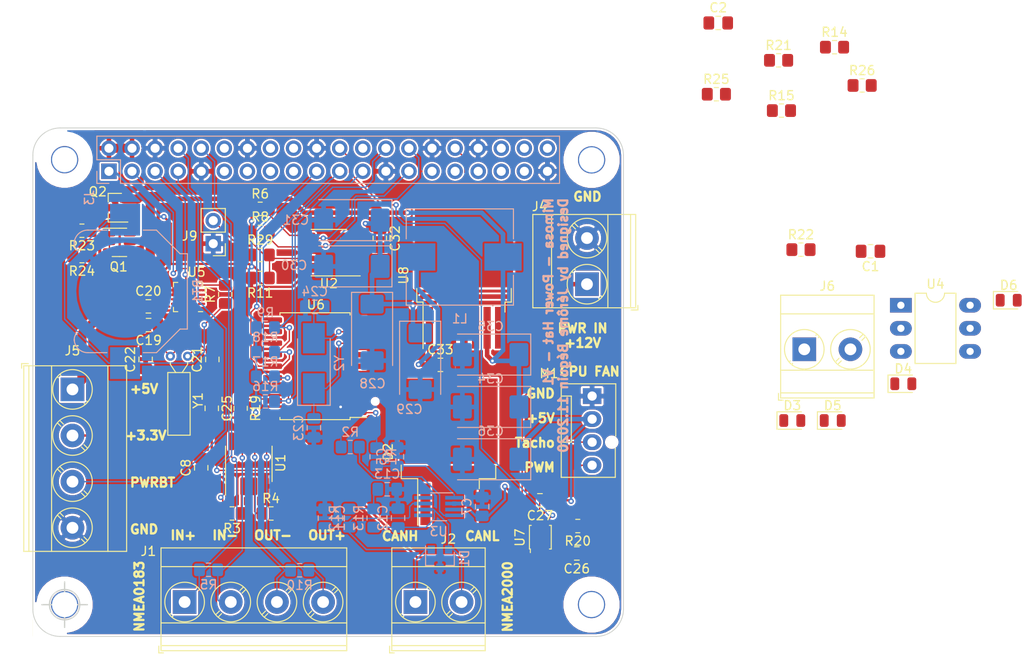
<source format=kicad_pcb>
(kicad_pcb (version 20171130) (host pcbnew 5.1.9-73d0e3b20d~88~ubuntu20.04.1)
  (layers (0 F.Cu signal) (31 B.Cu signal) (34 B.Paste user) (35 F.Paste user) (36 B.SilkS user) (37 F.SilkS user) (38 B.Mask user hide) (39 F.Mask user hide) (44 Edge.Cuts user))
  (net 0 "")
  (net 1 GND)
  (net 2 /ID_SD_EEPROM)
  (net 3 /ID_SC_EEPROM)
  (net 4 "Net-(Q1-Pad1)")
  (net 5 "Net-(Q2-Pad1)")
  (net 6 "Net-(J9-Pad2)")
  (net 7 +12V)
  (net 8 "Net-(C5-Pad2)")
  (net 9 +3V3)
  (net 10 "Net-(C11-Pad1)")
  (net 11 "Net-(C12-Pad2)")
  (net 12 "Net-(C13-Pad2)")
  (net 13 +5V)
  (net 14 "Net-(J1-Pad4)")
  (net 15 "Net-(J1-Pad3)")
  (net 16 "Net-(J1-Pad2)")
  (net 17 "Net-(J1-Pad1)")
  (net 18 TX_CAN)
  (net 19 RX_CAN)
  (net 20 "Net-(R2-Pad1)")
  (net 21 TX_NMEA183)
  (net 22 "Net-(R3-Pad1)")
  (net 23 RX_NMEA183)
  (net 24 "Net-(R4-Pad1)")
  (net 25 "Net-(R19-Pad1)")
  (net 26 /P5V)
  (net 27 "Net-(BT1-Pad1)")
  (net 28 "Net-(C19-Pad1)")
  (net 29 "Net-(C21-Pad2)")
  (net 30 "Net-(C22-Pad2)")
  (net 31 "Net-(C23-Pad1)")
  (net 32 "Net-(C24-Pad1)")
  (net 33 "/I2C-SDA-(GPIO2)")
  (net 34 "/I2C-SCL-(GPIO3)")
  (net 35 "/SPI-MOSI-(GPIO10)")
  (net 36 "/SPI-MISO-(GPIO9)")
  (net 37 "/SPI-CLK-(GPIO11)")
  (net 38 "/SPI-CS-(GPIO8)")
  (net 39 "Net-(R7-Pad2)")
  (net 40 "/FAN-RPM-(GPIO24)")
  (net 41 "/FAN-PWM-(GPIO12)")
  (net 42 "Net-(M1-Pad4)")
  (net 43 "Net-(M1-Pad3)")
  (net 44 "Net-(R20-Pad2)")
  (net 45 "/Power-Button-(GPIO4)")
  (net 46 "Net-(C33-Pad2)")
  (net 47 "Net-(C33-Pad1)")
  (net 48 "Net-(D3-Pad2)")
  (net 49 "Net-(D4-Pad2)")
  (net 50 "Net-(D5-Pad2)")
  (net 51 "Net-(D6-Pad2)")
  (net 52 /SeaTalk1)
  (net 53 /CLK-OUT)
  (net 54 ST-GND)
  (net 55 ST-Data)
  (net 56 "Net-(C1-Pad1)")
  (module Resistor_SMD:R_0805_2012Metric_Pad1.20x1.40mm_HandSolder (layer F.Cu) (at 103.5685 74.803)
    (fp_text reference R29 (at 0 -1.65) (layer F.SilkS))
    (fp_text value 10K)
    (pad 2 smd roundrect (at 1 0) (size 1.2 1.4) (layers F.Cu F.Paste F.Mask) (roundrect_rratio 0.208333) (net 6 "Net-(J9-Pad2)"))
    (pad 1 smd roundrect (at -1 0) (size 1.2 1.4) (layers F.Cu F.Paste F.Mask) (roundrect_rratio 0.208333) (net 9 +3V3))
  )
  (module Resistor_SMD:R_0805_2012Metric_Pad1.20x1.40mm_HandSolder (layer F.Cu) (at 169.815 56.134)
    (fp_text reference R26 (at 0 -1.65) (layer F.SilkS))
    (fp_text value 1.2k)
    (pad 2 smd roundrect (at 1 0) (size 1.2 1.4) (layers F.Cu F.Paste F.Mask) (roundrect_rratio 0.208333) (net 9 +3V3))
    (pad 1 smd roundrect (at -1 0) (size 1.2 1.4) (layers F.Cu F.Paste F.Mask) (roundrect_rratio 0.208333) (net 51 "Net-(D6-Pad2)"))
  )
  (module Resistor_SMD:R_0805_2012Metric_Pad1.20x1.40mm_HandSolder (layer F.Cu) (at 153.7716 57.0992)
    (fp_text reference R25 (at 0 -1.65) (layer F.SilkS))
    (fp_text value 250R)
    (pad 2 smd roundrect (at 1 0) (size 1.2 1.4) (layers F.Cu F.Paste F.Mask) (roundrect_rratio 0.208333) (net 9 +3V3))
    (pad 1 smd roundrect (at -1 0) (size 1.2 1.4) (layers F.Cu F.Paste F.Mask) (roundrect_rratio 0.208333) (net 52 /SeaTalk1))
  )
  (module Resistor_SMD:R_0805_2012Metric_Pad1.20x1.40mm_HandSolder (layer F.Cu) (at 83.947 74.93 180)
    (fp_text reference R24 (at 0 -1.65) (layer F.SilkS))
    (fp_text value 47K)
    (pad 2 smd roundrect (at 1 0 180) (size 1.2 1.4) (layers F.Cu F.Paste F.Mask) (roundrect_rratio 0.208333) (net 1 GND))
    (pad 1 smd roundrect (at -1 0 180) (size 1.2 1.4) (layers F.Cu F.Paste F.Mask) (roundrect_rratio 0.208333) (net 4 "Net-(Q1-Pad1)"))
  )
  (module Resistor_SMD:R_0805_2012Metric_Pad1.20x1.40mm_HandSolder (layer F.Cu) (at 83.947 72.136 180)
    (fp_text reference R23 (at 0 -1.65) (layer F.SilkS))
    (fp_text value 10K)
    (pad 2 smd roundrect (at 1 0 180) (size 1.2 1.4) (layers F.Cu F.Paste F.Mask) (roundrect_rratio 0.208333) (net 1 GND))
    (pad 1 smd roundrect (at -1 0 180) (size 1.2 1.4) (layers F.Cu F.Paste F.Mask) (roundrect_rratio 0.208333) (net 5 "Net-(Q2-Pad1)"))
  )
  (module Resistor_SMD:R_0805_2012Metric_Pad1.20x1.40mm_HandSolder (layer F.Cu) (at 163.084 74.2188)
    (fp_text reference R22 (at 0 -1.65) (layer F.SilkS))
    (fp_text value 1.2k)
    (pad 2 smd roundrect (at 1 0) (size 1.2 1.4) (layers F.Cu F.Paste F.Mask) (roundrect_rratio 0.208333) (net 26 /P5V))
    (pad 1 smd roundrect (at -1 0) (size 1.2 1.4) (layers F.Cu F.Paste F.Mask) (roundrect_rratio 0.208333) (net 50 "Net-(D5-Pad2)"))
  )
  (module Resistor_SMD:R_0805_2012Metric_Pad1.20x1.40mm_HandSolder (layer F.Cu) (at 160.6202 53.3654)
    (fp_text reference R21 (at 0 -1.65) (layer F.SilkS))
    (fp_text value 1.2k)
    (pad 2 smd roundrect (at 1 0) (size 1.2 1.4) (layers F.Cu F.Paste F.Mask) (roundrect_rratio 0.208333) (net 13 +5V))
    (pad 1 smd roundrect (at -1 0) (size 1.2 1.4) (layers F.Cu F.Paste F.Mask) (roundrect_rratio 0.208333) (net 49 "Net-(D4-Pad2)"))
  )
  (module Resistor_SMD:R_0805_2012Metric_Pad1.20x1.40mm_HandSolder (layer F.Cu) (at 138.5189 104.6607 180)
    (fp_text reference R20 (at 0 -1.65) (layer F.SilkS))
    (fp_text value 1k)
    (pad 2 smd roundrect (at 1 0 180) (size 1.2 1.4) (layers F.Cu F.Paste F.Mask) (roundrect_rratio 0.208333) (net 44 "Net-(R20-Pad2)"))
    (pad 1 smd roundrect (at -1 0 180) (size 1.2 1.4) (layers F.Cu F.Paste F.Mask) (roundrect_rratio 0.208333) (net 1 GND))
  )
  (module Resistor_SMD:R_0805_2012Metric_Pad1.20x1.40mm_HandSolder (layer F.Cu) (at 101.4095 91.694 270)
    (fp_text reference R19 (at 0 -1.65 90) (layer F.SilkS))
    (fp_text value 10k)
    (pad 2 smd roundrect (at 1 0 270) (size 1.2 1.4) (layers F.Cu F.Paste F.Mask) (roundrect_rratio 0.208333) (net 9 +3V3))
    (pad 1 smd roundrect (at -1 0 270) (size 1.2 1.4) (layers F.Cu F.Paste F.Mask) (roundrect_rratio 0.208333) (net 25 "Net-(R19-Pad1)"))
  )
  (module Resistor_SMD:R_0805_2012Metric_Pad1.20x1.40mm_HandSolder (layer B.Cu) (at 104.14 85.513333 180)
    (fp_text reference R18 (at 0 1.65) (layer B.SilkS) (effects (justify mirror)))
    (fp_text value 10k)
    (pad 2 smd roundrect (at 1 0 180) (size 1.2 1.4) (layers B.Cu B.Paste B.Mask) (roundrect_rratio 0.208333) (net 9 +3V3))
    (pad 1 smd roundrect (at -1 0 180) (size 1.2 1.4) (layers B.Cu B.Paste B.Mask) (roundrect_rratio 0.208333) (net 35 "/SPI-MOSI-(GPIO10)"))
  )
  (module Resistor_SMD:R_0805_2012Metric_Pad1.20x1.40mm_HandSolder (layer B.Cu) (at 104.14 88.222666 180)
    (fp_text reference R17 (at 0 1.65) (layer B.SilkS) (effects (justify mirror)))
    (fp_text value 10k)
    (pad 2 smd roundrect (at 1 0 180) (size 1.2 1.4) (layers B.Cu B.Paste B.Mask) (roundrect_rratio 0.208333) (net 9 +3V3))
    (pad 1 smd roundrect (at -1 0 180) (size 1.2 1.4) (layers B.Cu B.Paste B.Mask) (roundrect_rratio 0.208333) (net 36 "/SPI-MISO-(GPIO9)"))
  )
  (module Resistor_SMD:R_0805_2012Metric_Pad1.20x1.40mm_HandSolder (layer B.Cu) (at 104.14 90.932 180)
    (fp_text reference R16 (at 0 1.65) (layer B.SilkS) (effects (justify mirror)))
    (fp_text value 10k)
    (pad 2 smd roundrect (at 1 0 180) (size 1.2 1.4) (layers B.Cu B.Paste B.Mask) (roundrect_rratio 0.208333) (net 9 +3V3))
    (pad 1 smd roundrect (at -1 0 180) (size 1.2 1.4) (layers B.Cu B.Paste B.Mask) (roundrect_rratio 0.208333) (net 38 "/SPI-CS-(GPIO8)"))
  )
  (module Resistor_SMD:R_0805_2012Metric_Pad1.20x1.40mm_HandSolder (layer F.Cu) (at 160.9344 58.9026)
    (fp_text reference R15 (at 0 -1.65) (layer F.SilkS))
    (fp_text value 1.2k)
    (pad 2 smd roundrect (at 1 0) (size 1.2 1.4) (layers F.Cu F.Paste F.Mask) (roundrect_rratio 0.208333) (net 55 ST-Data))
    (pad 1 smd roundrect (at -1 0) (size 1.2 1.4) (layers F.Cu F.Paste F.Mask) (roundrect_rratio 0.208333) (net 56 "Net-(C1-Pad1)"))
  )
  (module Resistor_SMD:R_0805_2012Metric_Pad1.20x1.40mm_HandSolder (layer F.Cu) (at 166.7764 51.9176)
    (fp_text reference R14 (at 0 -1.65) (layer F.SilkS))
    (fp_text value 1.2k)
    (pad 2 smd roundrect (at 1 0) (size 1.2 1.4) (layers F.Cu F.Paste F.Mask) (roundrect_rratio 0.208333) (net 55 ST-Data))
    (pad 1 smd roundrect (at -1 0) (size 1.2 1.4) (layers F.Cu F.Paste F.Mask) (roundrect_rratio 0.208333) (net 48 "Net-(D3-Pad2)"))
  )
  (module Resistor_SMD:R_0805_2012Metric_Pad1.20x1.40mm_HandSolder (layer B.Cu) (at 116.055666 103.7782 270)
    (fp_text reference R13 (at 0 1.65 90) (layer B.SilkS) (effects (justify mirror)))
    (fp_text value 60R)
    (pad 2 smd roundrect (at 1 0 270) (size 1.2 1.4) (layers B.Cu B.Paste B.Mask) (roundrect_rratio 0.208333) (net 11 "Net-(C12-Pad2)"))
    (pad 1 smd roundrect (at -1 0 270) (size 1.2 1.4) (layers B.Cu B.Paste B.Mask) (roundrect_rratio 0.208333) (net 12 "Net-(C13-Pad2)"))
  )
  (module Resistor_SMD:R_0805_2012Metric_Pad1.20x1.40mm_HandSolder (layer B.Cu) (at 113.372333 103.7782 270)
    (fp_text reference R12 (at 0 1.65 90) (layer B.SilkS) (effects (justify mirror)))
    (fp_text value 60R)
    (pad 2 smd roundrect (at 1 0 270) (size 1.2 1.4) (layers B.Cu B.Paste B.Mask) (roundrect_rratio 0.208333) (net 10 "Net-(C11-Pad1)"))
    (pad 1 smd roundrect (at -1 0 270) (size 1.2 1.4) (layers B.Cu B.Paste B.Mask) (roundrect_rratio 0.208333) (net 12 "Net-(C13-Pad2)"))
  )
  (module Resistor_SMD:R_0805_2012Metric_Pad1.20x1.40mm_HandSolder (layer F.Cu) (at 103.5685 77.343 180)
    (fp_text reference R11 (at 0 -1.65) (layer F.SilkS))
    (fp_text value DNP)
    (pad 2 smd roundrect (at 1 0 180) (size 1.2 1.4) (layers F.Cu F.Paste F.Mask) (roundrect_rratio 0.208333) (net 1 GND))
    (pad 1 smd roundrect (at -1 0 180) (size 1.2 1.4) (layers F.Cu F.Paste F.Mask) (roundrect_rratio 0.208333) (net 6 "Net-(J9-Pad2)"))
  )
  (module Resistor_SMD:R_0805_2012Metric_Pad1.20x1.40mm_HandSolder (layer B.Cu) (at 107.9103 109.52988)
    (fp_text reference R10 (at 0 1.65) (layer B.SilkS) (effects (justify mirror)))
    (fp_text value R_Small)
    (pad 2 smd roundrect (at 1 0) (size 1.2 1.4) (layers B.Cu B.Paste B.Mask) (roundrect_rratio 0.208333) (net 14 "Net-(J1-Pad4)"))
    (pad 1 smd roundrect (at -1 0) (size 1.2 1.4) (layers B.Cu B.Paste B.Mask) (roundrect_rratio 0.208333) (net 15 "Net-(J1-Pad3)"))
  )
  (module Resistor_SMD:R_0805_2012Metric_Pad1.20x1.40mm_HandSolder (layer B.Cu) (at 104.14 82.804 180)
    (fp_text reference R9 (at 0 1.65) (layer B.SilkS) (effects (justify mirror)))
    (fp_text value NC)
    (pad 2 smd roundrect (at 1 0 180) (size 1.2 1.4) (layers B.Cu B.Paste B.Mask) (roundrect_rratio 0.208333) (net 9 +3V3))
    (pad 1 smd roundrect (at -1 0 180) (size 1.2 1.4) (layers B.Cu B.Paste B.Mask) (roundrect_rratio 0.208333) (net 37 "/SPI-CLK-(GPIO11)"))
  )
  (module Resistor_SMD:R_0805_2012Metric_Pad1.20x1.40mm_HandSolder (layer F.Cu) (at 103.5685 72.263)
    (fp_text reference R8 (at 0 -1.65) (layer F.SilkS))
    (fp_text value 3.9K)
    (pad 2 smd roundrect (at 1 0) (size 1.2 1.4) (layers F.Cu F.Paste F.Mask) (roundrect_rratio 0.208333) (net 3 /ID_SC_EEPROM))
    (pad 1 smd roundrect (at -1 0) (size 1.2 1.4) (layers F.Cu F.Paste F.Mask) (roundrect_rratio 0.208333) (net 9 +3V3))
  )
  (module Resistor_SMD:R_0805_2012Metric_Pad1.20x1.40mm_HandSolder (layer F.Cu) (at 99.7204 79.1464 90)
    (fp_text reference R7 (at 0 -1.65 90) (layer F.SilkS))
    (fp_text value 1.5k)
    (pad 2 smd roundrect (at 1 0 90) (size 1.2 1.4) (layers F.Cu F.Paste F.Mask) (roundrect_rratio 0.208333) (net 39 "Net-(R7-Pad2)"))
    (pad 1 smd roundrect (at -1 0 90) (size 1.2 1.4) (layers F.Cu F.Paste F.Mask) (roundrect_rratio 0.208333) (net 27 "Net-(BT1-Pad1)"))
  )
  (module Resistor_SMD:R_0805_2012Metric_Pad1.20x1.40mm_HandSolder (layer F.Cu) (at 103.5685 69.723)
    (fp_text reference R6 (at 0 -1.65) (layer F.SilkS))
    (fp_text value 3.9K)
    (pad 2 smd roundrect (at 1 0) (size 1.2 1.4) (layers F.Cu F.Paste F.Mask) (roundrect_rratio 0.208333) (net 2 /ID_SD_EEPROM))
    (pad 1 smd roundrect (at -1 0) (size 1.2 1.4) (layers F.Cu F.Paste F.Mask) (roundrect_rratio 0.208333) (net 9 +3V3))
  )
  (module Resistor_SMD:R_0805_2012Metric_Pad1.20x1.40mm_HandSolder (layer B.Cu) (at 97.88238 109.47908)
    (fp_text reference R5 (at 0 1.65) (layer B.SilkS) (effects (justify mirror)))
    (fp_text value R_Small)
    (pad 2 smd roundrect (at 1 0) (size 1.2 1.4) (layers B.Cu B.Paste B.Mask) (roundrect_rratio 0.208333) (net 16 "Net-(J1-Pad2)"))
    (pad 1 smd roundrect (at -1 0) (size 1.2 1.4) (layers B.Cu B.Paste B.Mask) (roundrect_rratio 0.208333) (net 17 "Net-(J1-Pad1)"))
  )
  (module Resistor_SMD:R_0805_2012Metric_Pad1.20x1.40mm_HandSolder (layer F.Cu) (at 104.76622 103.2764)
    (fp_text reference R4 (at 0 -1.65) (layer F.SilkS))
    (fp_text value R)
    (pad 2 smd roundrect (at 1 0) (size 1.2 1.4) (layers F.Cu F.Paste F.Mask) (roundrect_rratio 0.208333) (net 23 RX_NMEA183))
    (pad 1 smd roundrect (at -1 0) (size 1.2 1.4) (layers F.Cu F.Paste F.Mask) (roundrect_rratio 0.208333) (net 24 "Net-(R4-Pad1)"))
  )
  (module Resistor_SMD:R_0805_2012Metric_Pad1.20x1.40mm_HandSolder (layer F.Cu) (at 100.47224 103.2764 180)
    (fp_text reference R3 (at 0 -1.65) (layer F.SilkS))
    (fp_text value R)
    (pad 2 smd roundrect (at 1 0 180) (size 1.2 1.4) (layers F.Cu F.Paste F.Mask) (roundrect_rratio 0.208333) (net 21 TX_NMEA183))
    (pad 1 smd roundrect (at -1 0 180) (size 1.2 1.4) (layers F.Cu F.Paste F.Mask) (roundrect_rratio 0.208333) (net 22 "Net-(R3-Pad1)"))
  )
  (module Resistor_SMD:R_0805_2012Metric_Pad1.20x1.40mm_HandSolder (layer B.Cu) (at 113.4774 95.9612 180)
    (fp_text reference R2 (at 0 1.65) (layer B.SilkS) (effects (justify mirror)))
    (fp_text value R)
    (pad 2 smd roundrect (at 1 0 180) (size 1.2 1.4) (layers B.Cu B.Paste B.Mask) (roundrect_rratio 0.208333) (net 18 TX_CAN))
    (pad 1 smd roundrect (at -1 0 180) (size 1.2 1.4) (layers B.Cu B.Paste B.Mask) (roundrect_rratio 0.208333) (net 20 "Net-(R2-Pad1)"))
  )
  (module Resistor_SMD:R_0805_2012Metric_Pad1.20x1.40mm_HandSolder (layer B.Cu) (at 116.3828 97.028 90)
    (fp_text reference R1 (at 0 1.65 90) (layer B.SilkS) (effects (justify mirror)))
    (fp_text value R)
    (pad 2 smd roundrect (at 1 0 90) (size 1.2 1.4) (layers B.Cu B.Paste B.Mask) (roundrect_rratio 0.208333) (net 19 RX_CAN))
    (pad 1 smd roundrect (at -1 0 90) (size 1.2 1.4) (layers B.Cu B.Paste B.Mask) (roundrect_rratio 0.208333) (net 8 "Net-(C5-Pad2)"))
  )
  (module Capacitor_SMD:C_0805_2012Metric_Pad1.18x1.45mm_HandSolder (layer F.Cu) (at 123.4 86.91)
    (fp_text reference C33 (at 0 -1.68) (layer F.SilkS))
    (fp_text value 10nF)
    (pad 2 smd roundrect (at 1.0375 0) (size 1.175 1.45) (layers F.Cu F.Paste F.Mask) (roundrect_rratio 0.212766) (net 46 "Net-(C33-Pad2)"))
    (pad 1 smd roundrect (at -1.0375 0) (size 1.175 1.45) (layers F.Cu F.Paste F.Mask) (roundrect_rratio 0.212766) (net 47 "Net-(C33-Pad1)"))
  )
  (module Capacitor_SMD:C_0805_2012Metric_Pad1.18x1.45mm_HandSolder (layer F.Cu) (at 116.73 72.98 270)
    (fp_text reference C32 (at 0 -1.68 90) (layer F.SilkS))
    (fp_text value 470nF)
    (pad 2 smd roundrect (at 1.0375 0 270) (size 1.175 1.45) (layers F.Cu F.Paste F.Mask) (roundrect_rratio 0.212766) (net 1 GND))
    (pad 1 smd roundrect (at -1.0375 0 270) (size 1.175 1.45) (layers F.Cu F.Paste F.Mask) (roundrect_rratio 0.212766) (net 7 +12V))
  )
  (module Capacitor_SMD:C_0805_2012Metric_Pad1.18x1.45mm_HandSolder (layer F.Cu) (at 134.35584 101.82606 180)
    (fp_text reference C27 (at 0 -1.68) (layer F.SilkS))
    (fp_text value 100nF)
    (pad 2 smd roundrect (at 1.0375 0 180) (size 1.175 1.45) (layers F.Cu F.Paste F.Mask) (roundrect_rratio 0.212766) (net 1 GND))
    (pad 1 smd roundrect (at -1.0375 0 180) (size 1.175 1.45) (layers F.Cu F.Paste F.Mask) (roundrect_rratio 0.212766) (net 13 +5V))
  )
  (module Capacitor_SMD:C_0805_2012Metric_Pad1.18x1.45mm_HandSolder (layer F.Cu) (at 138.41222 107.68076 180)
    (fp_text reference C26 (at 0 -1.68) (layer F.SilkS))
    (fp_text value 100nF)
    (pad 2 smd roundrect (at 1.0375 0 180) (size 1.175 1.45) (layers F.Cu F.Paste F.Mask) (roundrect_rratio 0.212766) (net 9 +3V3))
    (pad 1 smd roundrect (at -1.0375 0 180) (size 1.175 1.45) (layers F.Cu F.Paste F.Mask) (roundrect_rratio 0.212766) (net 1 GND))
  )
  (module Capacitor_SMD:C_0805_2012Metric_Pad1.18x1.45mm_HandSolder (layer F.Cu) (at 98.2345 91.694 270)
    (fp_text reference C25 (at 0 -1.68 90) (layer F.SilkS))
    (fp_text value 100nF)
    (pad 2 smd roundrect (at 1.0375 0 270) (size 1.175 1.45) (layers F.Cu F.Paste F.Mask) (roundrect_rratio 0.212766) (net 9 +3V3))
    (pad 1 smd roundrect (at -1.0375 0 270) (size 1.175 1.45) (layers F.Cu F.Paste F.Mask) (roundrect_rratio 0.212766) (net 1 GND))
  )
  (module Capacitor_SMD:C_0805_2012Metric_Pad1.18x1.45mm_HandSolder (layer B.Cu) (at 109.5756 80.518 180)
    (fp_text reference C24 (at 0 1.68) (layer B.SilkS) (effects (justify mirror)))
    (fp_text value 30pF)
    (pad 2 smd roundrect (at 1.0375 0 180) (size 1.175 1.45) (layers B.Cu B.Paste B.Mask) (roundrect_rratio 0.212766) (net 1 GND))
    (pad 1 smd roundrect (at -1.0375 0 180) (size 1.175 1.45) (layers B.Cu B.Paste B.Mask) (roundrect_rratio 0.212766) (net 32 "Net-(C24-Pad1)"))
  )
  (module Capacitor_SMD:C_0805_2012Metric_Pad1.18x1.45mm_HandSolder (layer B.Cu) (at 109.474 93.853 270)
    (fp_text reference C23 (at 0 1.68 90) (layer B.SilkS) (effects (justify mirror)))
    (fp_text value 30pF)
    (pad 2 smd roundrect (at 1.0375 0 270) (size 1.175 1.45) (layers B.Cu B.Paste B.Mask) (roundrect_rratio 0.212766) (net 1 GND))
    (pad 1 smd roundrect (at -1.0375 0 270) (size 1.175 1.45) (layers B.Cu B.Paste B.Mask) (roundrect_rratio 0.212766) (net 31 "Net-(C23-Pad1)"))
  )
  (module Capacitor_SMD:C_0805_2012Metric_Pad1.18x1.45mm_HandSolder (layer F.Cu) (at 90.9574 86.3092 90)
    (fp_text reference C22 (at 0 -1.68 90) (layer F.SilkS))
    (fp_text value nc)
    (pad 2 smd roundrect (at 1.0375 0 90) (size 1.175 1.45) (layers F.Cu F.Paste F.Mask) (roundrect_rratio 0.212766) (net 30 "Net-(C22-Pad2)"))
    (pad 1 smd roundrect (at -1.0375 0 90) (size 1.175 1.45) (layers F.Cu F.Paste F.Mask) (roundrect_rratio 0.212766) (net 1 GND))
  )
  (module Capacitor_SMD:C_0805_2012Metric_Pad1.18x1.45mm_HandSolder (layer F.Cu) (at 98.298 86.3092 90)
    (fp_text reference C21 (at 0 -1.68 90) (layer F.SilkS))
    (fp_text value nc)
    (pad 2 smd roundrect (at 1.0375 0 90) (size 1.175 1.45) (layers F.Cu F.Paste F.Mask) (roundrect_rratio 0.212766) (net 29 "Net-(C21-Pad2)"))
    (pad 1 smd roundrect (at -1.0375 0 90) (size 1.175 1.45) (layers F.Cu F.Paste F.Mask) (roundrect_rratio 0.212766) (net 1 GND))
  )
  (module Capacitor_SMD:C_0805_2012Metric_Pad1.18x1.45mm_HandSolder (layer F.Cu) (at 91.2622 80.4672)
    (fp_text reference C20 (at 0 -1.68) (layer F.SilkS))
    (fp_text value 100nF)
    (pad 2 smd roundrect (at 1.0375 0) (size 1.175 1.45) (layers F.Cu F.Paste F.Mask) (roundrect_rratio 0.212766) (net 9 +3V3))
    (pad 1 smd roundrect (at -1.0375 0) (size 1.175 1.45) (layers F.Cu F.Paste F.Mask) (roundrect_rratio 0.212766) (net 1 GND))
  )
  (module Capacitor_SMD:C_0805_2012Metric_Pad1.18x1.45mm_HandSolder (layer F.Cu) (at 91.2876 82.5246 180)
    (fp_text reference C19 (at 0 -1.68) (layer F.SilkS))
    (fp_text value 47pF)
    (pad 2 smd roundrect (at 1.0375 0 180) (size 1.175 1.45) (layers F.Cu F.Paste F.Mask) (roundrect_rratio 0.212766) (net 1 GND))
    (pad 1 smd roundrect (at -1.0375 0 180) (size 1.175 1.45) (layers F.Cu F.Paste F.Mask) (roundrect_rratio 0.212766) (net 28 "Net-(C19-Pad1)"))
  )
  (module Capacitor_SMD:C_0805_2012Metric_Pad1.18x1.45mm_HandSolder (layer B.Cu) (at 117.5512 100.6094 180)
    (fp_text reference C13 (at 0 1.68) (layer B.SilkS) (effects (justify mirror)))
    (fp_text value C)
    (pad 2 smd roundrect (at 1.0375 0 180) (size 1.175 1.45) (layers B.Cu B.Paste B.Mask) (roundrect_rratio 0.212766) (net 12 "Net-(C13-Pad2)"))
    (pad 1 smd roundrect (at -1.0375 0 180) (size 1.175 1.45) (layers B.Cu B.Paste B.Mask) (roundrect_rratio 0.212766) (net 1 GND))
  )
  (module Capacitor_SMD:C_0805_2012Metric_Pad1.18x1.45mm_HandSolder (layer B.Cu) (at 118.739 103.7782 270)
    (fp_text reference C12 (at 0 1.68 90) (layer B.SilkS) (effects (justify mirror)))
    (fp_text value C)
    (pad 2 smd roundrect (at 1.0375 0 270) (size 1.175 1.45) (layers B.Cu B.Paste B.Mask) (roundrect_rratio 0.212766) (net 11 "Net-(C12-Pad2)"))
    (pad 1 smd roundrect (at -1.0375 0 270) (size 1.175 1.45) (layers B.Cu B.Paste B.Mask) (roundrect_rratio 0.212766) (net 1 GND))
  )
  (module Capacitor_SMD:C_0805_2012Metric_Pad1.18x1.45mm_HandSolder (layer B.Cu) (at 110.689 103.7782 90)
    (fp_text reference C11 (at 0 1.68 90) (layer B.SilkS) (effects (justify mirror)))
    (fp_text value C)
    (pad 2 smd roundrect (at 1.0375 0 90) (size 1.175 1.45) (layers B.Cu B.Paste B.Mask) (roundrect_rratio 0.212766) (net 1 GND))
    (pad 1 smd roundrect (at -1.0375 0 90) (size 1.175 1.45) (layers B.Cu B.Paste B.Mask) (roundrect_rratio 0.212766) (net 10 "Net-(C11-Pad1)"))
  )
  (module Capacitor_SMD:C_0805_2012Metric_Pad1.18x1.45mm_HandSolder (layer F.Cu) (at 97.07626 98.24466 90)
    (fp_text reference C8 (at 0 -1.68 90) (layer F.SilkS))
    (fp_text value 100nF)
    (pad 2 smd roundrect (at 1.0375 0 90) (size 1.175 1.45) (layers F.Cu F.Paste F.Mask) (roundrect_rratio 0.212766) (net 1 GND))
    (pad 1 smd roundrect (at -1.0375 0 90) (size 1.175 1.45) (layers F.Cu F.Paste F.Mask) (roundrect_rratio 0.212766) (net 9 +3V3))
  )
  (module Capacitor_SMD:C_0805_2012Metric_Pad1.18x1.45mm_HandSolder (layer B.Cu) (at 127.9906 102.5144 270)
    (fp_text reference C7 (at 0 1.68 90) (layer B.SilkS) (effects (justify mirror)))
    (fp_text value 100nF)
    (pad 2 smd roundrect (at 1.0375 0 270) (size 1.175 1.45) (layers B.Cu B.Paste B.Mask) (roundrect_rratio 0.212766) (net 9 +3V3))
    (pad 1 smd roundrect (at -1.0375 0 270) (size 1.175 1.45) (layers B.Cu B.Paste B.Mask) (roundrect_rratio 0.212766) (net 1 GND))
  )
  (module Capacitor_SMD:C_0805_2012Metric_Pad1.18x1.45mm_HandSolder (layer B.Cu) (at 118.618 97.028 270)
    (fp_text reference C5 (at 0 1.68 90) (layer B.SilkS) (effects (justify mirror)))
    (fp_text value C)
    (pad 2 smd roundrect (at 1.0375 0 270) (size 1.175 1.45) (layers B.Cu B.Paste B.Mask) (roundrect_rratio 0.212766) (net 8 "Net-(C5-Pad2)"))
    (pad 1 smd roundrect (at -1.0375 0 270) (size 1.175 1.45) (layers B.Cu B.Paste B.Mask) (roundrect_rratio 0.212766) (net 1 GND))
  )
  (module Capacitor_SMD:C_0805_2012Metric_Pad1.18x1.45mm_HandSolder (layer F.Cu) (at 153.9787 49.2506)
    (fp_text reference C2 (at 0 -1.68) (layer F.SilkS))
    (fp_text value 100nF)
    (pad 2 smd roundrect (at 1.0375 0) (size 1.175 1.45) (layers F.Cu F.Paste F.Mask) (roundrect_rratio 0.212766) (net 9 +3V3))
    (pad 1 smd roundrect (at -1.0375 0) (size 1.175 1.45) (layers F.Cu F.Paste F.Mask) (roundrect_rratio 0.212766) (net 1 GND))
  )
  (module Capacitor_SMD:C_0805_2012Metric_Pad1.18x1.45mm_HandSolder (layer F.Cu) (at 170.7388 74.3966 180)
    (fp_text reference C1 (at 0 -1.68) (layer F.SilkS))
    (fp_text value C)
    (pad 2 smd roundrect (at 1.0375 0 180) (size 1.175 1.45) (layers F.Cu F.Paste F.Mask) (roundrect_rratio 0.212766) (net 55 ST-Data))
    (pad 1 smd roundrect (at -1.0375 0 180) (size 1.175 1.45) (layers F.Cu F.Paste F.Mask) (roundrect_rratio 0.212766) (net 56 "Net-(C1-Pad1)"))
  )
  (module Package_DIP:DIP-6_W7.62mm_LongPads (layer F.Cu) (at 174.0782 80.3452)
    (fp_text reference U4 (at 3.81 -2.33) (layer F.SilkS))
    (fp_text value H11L1)
    (pad 6 thru_hole oval (at 7.62 0) (size 2.4 1.6) (drill 0.8) (layers *.Cu *.Mask) (net 9 +3V3))
    (pad 3 thru_hole oval (at 0 5.08) (size 2.4 1.6) (drill 0.8) (layers *.Cu *.Mask))
    (pad 5 thru_hole oval (at 7.62 2.54) (size 2.4 1.6) (drill 0.8) (layers *.Cu *.Mask) (net 1 GND))
    (pad 2 thru_hole oval (at 0 2.54) (size 2.4 1.6) (drill 0.8) (layers *.Cu *.Mask) (net 54 ST-GND))
    (pad 4 thru_hole oval (at 7.62 5.08) (size 2.4 1.6) (drill 0.8) (layers *.Cu *.Mask) (net 52 /SeaTalk1))
    (pad 1 thru_hole rect (at 0 0) (size 2.4 1.6) (drill 0.8) (layers *.Cu *.Mask) (net 56 "Net-(C1-Pad1)"))
  )
  (module TerminalBlock_Phoenix:TerminalBlock_Phoenix_MKDS-3-2-5.08_1x02_P5.08mm_Horizontal (layer F.Cu) (at 163.4482 85.1952)
    (fp_text reference J6 (at 2.54 -6.96) (layer F.SilkS))
    (fp_text value Screw_Terminal_01x02)
    (pad 2 thru_hole circle (at 5.08 0) (size 2.6 2.6) (drill 1.3) (layers *.Cu *.Mask) (net 54 ST-GND))
    (pad 1 thru_hole rect (at 0 0) (size 2.6 2.6) (drill 1.3) (layers *.Cu *.Mask) (net 55 ST-Data))
  )
  (module LED_SMD:LED_0805_2012Metric (layer F.Cu) (at 185.9482 79.7902)
    (fp_text reference D6 (at 0 -1.65) (layer F.SilkS))
    (fp_text value LED)
    (pad 2 smd roundrect (at 0.9375 0) (size 0.975 1.4) (layers F.Cu F.Paste F.Mask) (net 51 "Net-(D6-Pad2)"))
    (pad 1 smd roundrect (at -0.9375 0) (size 0.975 1.4) (layers F.Cu F.Paste F.Mask) (net 1 GND))
  )
  (module LED_SMD:LED_0805_2012Metric (layer F.Cu) (at 166.5782 93.0402)
    (fp_text reference D5 (at 0 -1.65) (layer F.SilkS))
    (fp_text value LED)
    (pad 2 smd roundrect (at 0.9375 0) (size 0.975 1.4) (layers F.Cu F.Paste F.Mask) (net 50 "Net-(D5-Pad2)"))
    (pad 1 smd roundrect (at -0.9375 0) (size 0.975 1.4) (layers F.Cu F.Paste F.Mask) (net 1 GND))
  )
  (module LED_SMD:LED_0805_2012Metric (layer F.Cu) (at 174.3482 88.9902)
    (fp_text reference D4 (at 0 -1.65) (layer F.SilkS))
    (fp_text value LED)
    (pad 2 smd roundrect (at 0.9375 0) (size 0.975 1.4) (layers F.Cu F.Paste F.Mask) (net 49 "Net-(D4-Pad2)"))
    (pad 1 smd roundrect (at -0.9375 0) (size 0.975 1.4) (layers F.Cu F.Paste F.Mask) (net 1 GND))
  )
  (module LED_SMD:LED_0805_2012Metric (layer F.Cu) (at 162.1282 93.0402)
    (fp_text reference D3 (at 0 -1.65) (layer F.SilkS))
    (fp_text value LED)
    (pad 2 smd roundrect (at 0.9375 0) (size 0.975 1.4) (layers F.Cu F.Paste F.Mask) (net 48 "Net-(D3-Pad2)"))
    (pad 1 smd roundrect (at -0.9375 0) (size 0.975 1.4) (layers F.Cu F.Paste F.Mask) (net 1 GND))
  )
  (module Inductor_SMD:L_11.5x10.3_H4mm (layer B.Cu) (at 125.54 75.03)
    (fp_text reference L1 (at 0 6.8) (layer B.SilkS) (effects (justify mirror)))
    (fp_text value 15uH)
    (pad 2 smd rect (at 4.75 0) (size 4.1 3) (layers B.Cu B.Paste B.Mask) (net 13 +5V))
    (pad 1 smd rect (at -4.75 0) (size 4.1 3) (layers B.Cu B.Paste B.Mask) (net 47 "Net-(C33-Pad1)"))
  )
  (module TerminalBlock_Phoenix:TerminalBlock_Phoenix_MKDS-3-4-5.08_1x04_P5.08mm_Horizontal (layer F.Cu) (at 82.9056 89.6112 270)
    (fp_text reference J5 (at -4.2612 0.0056 180) (layer F.SilkS))
    (fp_text value Screw_Terminal_01x04)
    (pad 4 thru_hole circle (at 15.24 0 270) (size 2.6 2.6) (drill 1.3) (layers *.Cu *.Mask) (net 1 GND))
    (pad 3 thru_hole circle (at 10.16 0 270) (size 2.6 2.6) (drill 1.3) (layers *.Cu *.Mask) (net 45 "/Power-Button-(GPIO4)"))
    (pad 2 thru_hole circle (at 5.08 0 270) (size 2.6 2.6) (drill 1.3) (layers *.Cu *.Mask) (net 9 +3V3))
    (pad 1 thru_hole rect (at 0 0 270) (size 2.6 2.6) (drill 1.3) (layers *.Cu *.Mask) (net 13 +5V))
  )
  (module TerminalBlock_Phoenix:TerminalBlock_Phoenix_MKDS-3-4-5.08_1x04_P5.08mm_Horizontal (layer F.Cu) (at 95.25 113.03)
    (fp_text reference J1 (at -3.9878 -5.59054) (layer F.SilkS))
    (fp_text value Screw_Terminal_01x04)
    (pad 4 thru_hole circle (at 15.24 0) (size 2.6 2.6) (drill 1.3) (layers *.Cu *.Mask) (net 14 "Net-(J1-Pad4)"))
    (pad 3 thru_hole circle (at 10.16 0) (size 2.6 2.6) (drill 1.3) (layers *.Cu *.Mask) (net 15 "Net-(J1-Pad3)"))
    (pad 2 thru_hole circle (at 5.08 0) (size 2.6 2.6) (drill 1.3) (layers *.Cu *.Mask) (net 16 "Net-(J1-Pad2)"))
    (pad 1 thru_hole rect (at 0 0) (size 2.6 2.6) (drill 1.3) (layers *.Cu *.Mask) (net 17 "Net-(J1-Pad1)"))
  )
  (module Package_TO_SOT_SMD:TO-263-2 (layer F.Cu) (at 124.29 96.49 90)
    (fp_text reference D2 (at 0 -6.65 90) (layer F.SilkS))
    (fp_text value 6TQ045S)
    (pad 2 smd rect (at 3.375 0 90) (size 9.4 10.8) (layers F.Cu F.Mask) (net 46 "Net-(C33-Pad2)"))
    (pad 3 smd rect (at -5.775 2.54 90) (size 4.6 1.1) (layers F.Cu F.Paste F.Mask) (net 1 GND))
    (pad 1 smd rect (at -5.775 -2.54 90) (size 4.6 1.1) (layers F.Cu F.Paste F.Mask))
  )
  (module Package_SO:SOIC-8_3.9x4.9mm_P1.27mm (layer F.Cu) (at 111.125 74.549 180)
    (fp_text reference U2 (at 0 -3.4) (layer F.SilkS))
    (fp_text value CAT24C32)
    (pad 8 smd roundrect (at 2.475 -1.905 180) (size 1.95 0.6) (layers F.Cu F.Paste F.Mask) (net 9 +3V3))
    (pad 7 smd roundrect (at 2.475 -0.635 180) (size 1.95 0.6) (layers F.Cu F.Paste F.Mask) (net 6 "Net-(J9-Pad2)"))
    (pad 6 smd roundrect (at 2.475 0.635 180) (size 1.95 0.6) (layers F.Cu F.Paste F.Mask) (net 3 /ID_SC_EEPROM))
    (pad 5 smd roundrect (at 2.475 1.905 180) (size 1.95 0.6) (layers F.Cu F.Paste F.Mask) (net 2 /ID_SD_EEPROM))
    (pad 4 smd roundrect (at -2.475 1.905 180) (size 1.95 0.6) (layers F.Cu F.Paste F.Mask) (net 1 GND))
    (pad 3 smd roundrect (at -2.475 0.635 180) (size 1.95 0.6) (layers F.Cu F.Paste F.Mask) (net 1 GND))
    (pad 2 smd roundrect (at -2.475 -0.635 180) (size 1.95 0.6) (layers F.Cu F.Paste F.Mask) (net 1 GND))
    (pad 1 smd roundrect (at -2.475 -1.905 180) (size 1.95 0.6) (layers F.Cu F.Paste F.Mask) (net 1 GND))
  )
  (module Package_TO_SOT_SMD:TO-263-7_TabPin4 (layer F.Cu) (at 126 77.045 90)
    (fp_text reference U8 (at 0 -6.65 90) (layer F.SilkS))
    (fp_text value LM2678)
    (pad 4 smd rect (at 3.375 0 90) (size 9.4 10.8) (layers F.Cu F.Mask) (net 1 GND))
    (pad 7 smd rect (at -5.775 3.81 90) (size 4.6 0.8) (layers F.Cu F.Paste F.Mask))
    (pad 6 smd rect (at -5.775 2.54 90) (size 4.6 0.8) (layers F.Cu F.Paste F.Mask) (net 13 +5V))
    (pad 5 smd rect (at -5.775 1.27 90) (size 4.6 0.8) (layers F.Cu F.Paste F.Mask))
    (pad 4 smd rect (at -5.775 0 90) (size 4.6 0.8) (layers F.Cu F.Paste F.Mask) (net 1 GND))
    (pad 3 smd rect (at -5.775 -1.27 90) (size 4.6 0.8) (layers F.Cu F.Paste F.Mask) (net 46 "Net-(C33-Pad2)"))
    (pad 2 smd rect (at -5.775 -2.54 90) (size 4.6 0.8) (layers F.Cu F.Paste F.Mask) (net 7 +12V))
    (pad 1 smd rect (at -5.775 -3.81 90) (size 4.6 0.8) (layers F.Cu F.Paste F.Mask) (net 47 "Net-(C33-Pad1)"))
  )
  (module Capacitor_Tantalum_SMD:CP_EIA-7343-31_Kemet-D (layer B.Cu) (at 128.9304 97.3074 180)
    (fp_text reference C36 (at 0 3.1 180) (layer B.SilkS) (effects (justify mirror)))
    (fp_text value 150uF)
    (pad 2 smd roundrect (at 3.1125 0 180) (size 2.075 2.55) (layers B.Cu B.Paste B.Mask) (roundrect_rratio 0.120482) (net 1 GND))
    (pad 1 smd roundrect (at -3.1125 0 180) (size 2.075 2.55) (layers B.Cu B.Paste B.Mask) (roundrect_rratio 0.120482) (net 13 +5V))
  )
  (module Capacitor_Tantalum_SMD:CP_EIA-7343-31_Kemet-D (layer B.Cu) (at 128.9304 85.7758 180)
    (fp_text reference C35 (at 0 3.1) (layer B.SilkS) (effects (justify mirror)))
    (fp_text value 150uF)
    (pad 2 smd roundrect (at 3.1125 0 180) (size 2.075 2.55) (layers B.Cu B.Paste B.Mask) (roundrect_rratio 0.120482) (net 1 GND))
    (pad 1 smd roundrect (at -3.1125 0 180) (size 2.075 2.55) (layers B.Cu B.Paste B.Mask) (roundrect_rratio 0.120482) (net 13 +5V))
  )
  (module Capacitor_Tantalum_SMD:CP_EIA-7343-31_Kemet-D (layer B.Cu) (at 128.9304 91.5416 180)
    (fp_text reference C34 (at 0 3.1) (layer B.SilkS) (effects (justify mirror)))
    (fp_text value 150uF)
    (pad 2 smd roundrect (at 3.1125 0 180) (size 2.075 2.55) (layers B.Cu B.Paste B.Mask) (roundrect_rratio 0.120482) (net 1 GND))
    (pad 1 smd roundrect (at -3.1125 0 180) (size 2.075 2.55) (layers B.Cu B.Paste B.Mask) (roundrect_rratio 0.120482) (net 13 +5V))
  )
  (module Capacitor_Tantalum_SMD:CP_EIA-7343-31_Kemet-D (layer B.Cu) (at 113.66 70.97 180)
    (fp_text reference C31 (at 6.1672 0.0024) (layer B.SilkS) (effects (justify mirror)))
    (fp_text value 10uF)
    (pad 2 smd roundrect (at 3.1125 0 180) (size 2.075 2.55) (layers B.Cu B.Paste B.Mask) (roundrect_rratio 0.120482) (net 1 GND))
    (pad 1 smd roundrect (at -3.1125 0 180) (size 2.075 2.55) (layers B.Cu B.Paste B.Mask) (roundrect_rratio 0.120482) (net 7 +12V))
  )
  (module Capacitor_Tantalum_SMD:CP_EIA-7343-31_Kemet-D (layer B.Cu) (at 113.66 76.06 180)
    (fp_text reference C30 (at 6.3704 0.114) (layer B.SilkS) (effects (justify mirror)))
    (fp_text value 10uF)
    (pad 2 smd roundrect (at 3.1125 0 180) (size 2.075 2.55) (layers B.Cu B.Paste B.Mask) (roundrect_rratio 0.120482) (net 1 GND))
    (pad 1 smd roundrect (at -3.1125 0 180) (size 2.075 2.55) (layers B.Cu B.Paste B.Mask) (roundrect_rratio 0.120482) (net 7 +12V))
  )
  (module Capacitor_Tantalum_SMD:CP_EIA-7343-31_Kemet-D (layer B.Cu) (at 121.17 86.51 270)
    (fp_text reference C29 (at 5.2856 1.1804 180) (layer B.SilkS) (effects (justify mirror)))
    (fp_text value 10uF)
    (pad 2 smd roundrect (at 3.1125 0 270) (size 2.075 2.55) (layers B.Cu B.Paste B.Mask) (roundrect_rratio 0.120482) (net 1 GND))
    (pad 1 smd roundrect (at -3.1125 0 270) (size 2.075 2.55) (layers B.Cu B.Paste B.Mask) (roundrect_rratio 0.120482) (net 7 +12V))
  )
  (module Capacitor_Tantalum_SMD:CP_EIA-7343-31_Kemet-D (layer B.Cu) (at 115.88 83.33 270)
    (fp_text reference C28 (at 5.6462 -0.0456 180) (layer B.SilkS) (effects (justify mirror)))
    (fp_text value 10uF)
    (pad 2 smd roundrect (at 3.1125 0 270) (size 2.075 2.55) (layers B.Cu B.Paste B.Mask) (roundrect_rratio 0.120482) (net 1 GND))
    (pad 1 smd roundrect (at -3.1125 0 270) (size 2.075 2.55) (layers B.Cu B.Paste B.Mask) (roundrect_rratio 0.120482) (net 7 +12V))
  )
  (module Battery:BatteryHolder_Keystone_3000_1x12mm (layer B.Cu) (at 88.6968 78.8162 90)
    (fp_text reference BT1 (at 0 8 90) (layer B.SilkS) (effects (justify mirror)))
    (fp_text value Battery_Cell)
    (pad 2 smd circle (at 0 0 90) (size 10.2 10.2) (layers B.Cu B.Mask) (net 1 GND))
    (pad 1 smd rect (at 7.9 0 90) (size 3.5 3.3) (layers B.Cu B.Paste B.Mask) (net 27 "Net-(BT1-Pad1)"))
    (pad 1 smd rect (at -7.9 0 90) (size 3.5 3.3) (layers B.Cu B.Paste B.Mask) (net 27 "Net-(BT1-Pad1)"))
  )
  (module TerminalBlock_Phoenix:TerminalBlock_Phoenix_MKDS-3-2-5.08_1x02_P5.08mm_Horizontal (layer F.Cu) (at 139.53236 78.02372 90)
    (fp_text reference J4 (at 8.55372 -5.20236 180) (layer F.SilkS))
    (fp_text value Screw_Terminal_01x02)
    (pad 2 thru_hole circle (at 5.08 0 90) (size 2.6 2.6) (drill 1.3) (layers *.Cu *.Mask) (net 1 GND))
    (pad 1 thru_hole rect (at 0 0 90) (size 2.6 2.6) (drill 1.3) (layers *.Cu *.Mask) (net 7 +12V))
  )
  (module TerminalBlock_Phoenix:TerminalBlock_Phoenix_MKDS-3-2-5.08_1x02_P5.08mm_Horizontal (layer F.Cu) (at 120.65 113.03)
    (fp_text reference J2 (at 3.63 -6.94) (layer F.SilkS))
    (fp_text value Screw_Terminal_01x02)
    (pad 2 thru_hole circle (at 5.08 0) (size 2.6 2.6) (drill 1.3) (layers *.Cu *.Mask) (net 11 "Net-(C12-Pad2)"))
    (pad 1 thru_hole rect (at 0 0) (size 2.6 2.6) (drill 1.3) (layers *.Cu *.Mask) (net 10 "Net-(C11-Pad1)"))
  )
  (module Crystal:Crystal_C26-LF_D2.1mm_L6.5mm_Horizontal (layer F.Cu) (at 93.6777 85.9536)
    (fp_text reference Y1 (at 3.0455 4.8732 90) (layer F.SilkS))
    (fp_text value "32.768 kHz")
    (pad 2 thru_hole circle (at 1.9 0) (size 1 1) (drill 0.5) (layers *.Cu *.Mask) (net 29 "Net-(C21-Pad2)"))
    (pad 1 thru_hole circle (at 0 0) (size 1 1) (drill 0.5) (layers *.Cu *.Mask) (net 30 "Net-(C22-Pad2)"))
  )
  (module Package_SO:VSSOP-8_2.4x2.1mm_P0.5mm (layer F.Cu) (at 134.39902 105.89006 90)
    (fp_text reference U7 (at -0.04064 -2.25044 90) (layer F.SilkS))
    (fp_text value TXB0102DCU)
    (pad 8 smd rect (at 1.55 -0.75 90) (size 0.75 0.25) (layers F.Cu F.Paste F.Mask) (net 43 "Net-(M1-Pad3)"))
    (pad 7 smd rect (at 1.55 -0.25 90) (size 0.75 0.25) (layers F.Cu F.Paste F.Mask) (net 13 +5V))
    (pad 6 smd rect (at 1.55 0.25 90) (size 0.75 0.25) (layers F.Cu F.Paste F.Mask) (net 44 "Net-(R20-Pad2)"))
    (pad 5 smd rect (at 1.55 0.75 90) (size 0.75 0.25) (layers F.Cu F.Paste F.Mask) (net 40 "/FAN-RPM-(GPIO24)"))
    (pad 4 smd rect (at -1.55 0.75 90) (size 0.75 0.25) (layers F.Cu F.Paste F.Mask) (net 41 "/FAN-PWM-(GPIO12)"))
    (pad 3 smd rect (at -1.55 0.25 90) (size 0.75 0.25) (layers F.Cu F.Paste F.Mask) (net 9 +3V3))
    (pad 2 smd rect (at -1.55 -0.25 90) (size 0.75 0.25) (layers F.Cu F.Paste F.Mask) (net 1 GND))
    (pad 1 smd rect (at -1.55 -0.75 90) (size 0.75 0.25) (layers F.Cu F.Paste F.Mask) (net 42 "Net-(M1-Pad4)"))
  )
  (module Package_SO:SOIC-8_3.9x4.9mm_P1.27mm (layer F.Cu) (at 102.31374 97.81032 90)
    (fp_text reference U1 (at 0.09144 3.50266 90) (layer F.SilkS))
    (fp_text value ADM3490ExR)
    (pad 8 smd roundrect (at 2.475 -1.905 90) (size 1.95 0.6) (layers F.Cu F.Paste F.Mask) (net 17 "Net-(J1-Pad1)"))
    (pad 7 smd roundrect (at 2.475 -0.635 90) (size 1.95 0.6) (layers F.Cu F.Paste F.Mask) (net 16 "Net-(J1-Pad2)"))
    (pad 6 smd roundrect (at 2.475 0.635 90) (size 1.95 0.6) (layers F.Cu F.Paste F.Mask) (net 15 "Net-(J1-Pad3)"))
    (pad 5 smd roundrect (at 2.475 1.905 90) (size 1.95 0.6) (layers F.Cu F.Paste F.Mask) (net 14 "Net-(J1-Pad4)"))
    (pad 4 smd roundrect (at -2.475 1.905 90) (size 1.95 0.6) (layers F.Cu F.Paste F.Mask) (net 1 GND))
    (pad 3 smd roundrect (at -2.475 0.635 90) (size 1.95 0.6) (layers F.Cu F.Paste F.Mask) (net 24 "Net-(R4-Pad1)"))
    (pad 2 smd roundrect (at -2.475 -0.635 90) (size 1.95 0.6) (layers F.Cu F.Paste F.Mask) (net 22 "Net-(R3-Pad1)"))
    (pad 1 smd roundrect (at -2.475 -1.905 90) (size 1.95 0.6) (layers F.Cu F.Paste F.Mask) (net 9 +3V3))
  )
  (module Package_TO_SOT_SMD:SOT-23 (layer B.Cu) (at 123.35 108.25 270)
    (fp_text reference D1 (at 0 -2.7 270) (layer B.SilkS) (effects (justify mirror)))
    (fp_text value D_TVS_x2_AAC)
    (pad 3 smd rect (at 1 0 270) (size 0.9 0.8) (layers B.Cu B.Paste B.Mask) (net 1 GND))
    (pad 2 smd rect (at -1 -0.95 270) (size 0.9 0.8) (layers B.Cu B.Paste B.Mask) (net 11 "Net-(C12-Pad2)"))
    (pad 1 smd rect (at -1 0.95 270) (size 0.9 0.8) (layers B.Cu B.Paste B.Mask) (net 10 "Net-(C11-Pad1)"))
  )
  (module Crystal:Crystal_SMD_Abracon_ABM3-2Pin_5.0x3.2mm_HandSoldering (layer B.Cu) (at 109.474 86.741 90)
    (fp_text reference Y2 (at 0 2.8 270) (layer B.SilkS) (effects (justify mirror)))
    (fp_text value 8MHz)
    (pad 2 smd rect (at 2.7625 0 90) (size 3.325 2.4) (layers B.Cu B.Paste B.Mask) (net 32 "Net-(C24-Pad1)"))
    (pad 1 smd rect (at -2.7625 0 90) (size 3.325 2.4) (layers B.Cu B.Paste B.Mask) (net 31 "Net-(C23-Pad1)"))
  )
  (module Package_SO:SOIC-18W_7.5x11.6mm_P1.27mm (layer F.Cu) (at 109.601 87.0585 180)
    (fp_text reference U6 (at -0.0889 6.77164) (layer F.SilkS))
    (fp_text value MCP2515-xSO)
    (pad 18 smd roundrect (at 4.65 -5.08 180) (size 2.05 0.6) (layers F.Cu F.Paste F.Mask) (net 9 +3V3))
    (pad 17 smd roundrect (at 4.65 -3.81 180) (size 2.05 0.6) (layers F.Cu F.Paste F.Mask) (net 25 "Net-(R19-Pad1)"))
    (pad 16 smd roundrect (at 4.65 -2.54 180) (size 2.05 0.6) (layers F.Cu F.Paste F.Mask) (net 38 "/SPI-CS-(GPIO8)"))
    (pad 15 smd roundrect (at 4.65 -1.27 180) (size 2.05 0.6) (layers F.Cu F.Paste F.Mask) (net 36 "/SPI-MISO-(GPIO9)"))
    (pad 14 smd roundrect (at 4.65 0 180) (size 2.05 0.6) (layers F.Cu F.Paste F.Mask) (net 35 "/SPI-MOSI-(GPIO10)"))
    (pad 13 smd roundrect (at 4.65 1.27 180) (size 2.05 0.6) (layers F.Cu F.Paste F.Mask) (net 37 "/SPI-CLK-(GPIO11)"))
    (pad 12 smd roundrect (at 4.65 2.54 180) (size 2.05 0.6) (layers F.Cu F.Paste F.Mask))
    (pad 11 smd roundrect (at 4.65 3.81 180) (size 2.05 0.6) (layers F.Cu F.Paste F.Mask))
    (pad 10 smd roundrect (at 4.65 5.08 180) (size 2.05 0.6) (layers F.Cu F.Paste F.Mask))
    (pad 9 smd roundrect (at -4.65 5.08 180) (size 2.05 0.6) (layers F.Cu F.Paste F.Mask) (net 1 GND))
    (pad 8 smd roundrect (at -4.65 3.81 180) (size 2.05 0.6) (layers F.Cu F.Paste F.Mask) (net 32 "Net-(C24-Pad1)"))
    (pad 7 smd roundrect (at -4.65 2.54 180) (size 2.05 0.6) (layers F.Cu F.Paste F.Mask) (net 31 "Net-(C23-Pad1)"))
    (pad 6 smd roundrect (at -4.65 1.27 180) (size 2.05 0.6) (layers F.Cu F.Paste F.Mask))
    (pad 5 smd roundrect (at -4.65 0 180) (size 2.05 0.6) (layers F.Cu F.Paste F.Mask))
    (pad 4 smd roundrect (at -4.65 -1.27 180) (size 2.05 0.6) (layers F.Cu F.Paste F.Mask))
    (pad 3 smd roundrect (at -4.65 -2.54 180) (size 2.05 0.6) (layers F.Cu F.Paste F.Mask) (net 53 /CLK-OUT))
    (pad 2 smd roundrect (at -4.65 -3.81 180) (size 2.05 0.6) (layers F.Cu F.Paste F.Mask) (net 18 TX_CAN))
    (pad 1 smd roundrect (at -4.65 -5.08 180) (size 2.05 0.6) (layers F.Cu F.Paste F.Mask) (net 19 RX_CAN))
  )
  (module Package_DFN_QFN:VQFN-16-1EP_3x3mm_P0.5mm_EP1.8x1.8mm (layer F.Cu) (at 95.631 79.4385 180)
    (fp_text reference U5 (at -0.92456 2.74828) (layer F.SilkS))
    (fp_text value AB0805)
    (pad 17 smd rect (at 0 0 180) (size 1.8 1.8) (layers F.Cu F.Mask) (net 1 GND))
    (pad 16 smd roundrect (at -0.75 -1.4875 180) (size 0.25 0.775) (layers F.Cu F.Paste F.Mask) (net 29 "Net-(C21-Pad2)"))
    (pad 15 smd roundrect (at -0.25 -1.4875 180) (size 0.25 0.775) (layers F.Cu F.Paste F.Mask) (net 30 "Net-(C22-Pad2)"))
    (pad 14 smd roundrect (at 0.25 -1.4875 180) (size 0.25 0.775) (layers F.Cu F.Paste F.Mask) (net 28 "Net-(C19-Pad1)"))
    (pad 13 smd roundrect (at 0.75 -1.4875 180) (size 0.25 0.775) (layers F.Cu F.Paste F.Mask) (net 9 +3V3))
    (pad 12 smd roundrect (at 1.4875 -0.75 180) (size 0.775 0.25) (layers F.Cu F.Paste F.Mask))
    (pad 11 smd roundrect (at 1.4875 -0.25 180) (size 0.775 0.25) (layers F.Cu F.Paste F.Mask))
    (pad 10 smd roundrect (at 1.4875 0.25 180) (size 0.775 0.25) (layers F.Cu F.Paste F.Mask) (net 1 GND))
    (pad 9 smd roundrect (at 1.4875 0.75 180) (size 0.775 0.25) (layers F.Cu F.Paste F.Mask) (net 1 GND))
    (pad 8 smd roundrect (at 0.75 1.4875 180) (size 0.25 0.775) (layers F.Cu F.Paste F.Mask))
    (pad 7 smd roundrect (at 0.25 1.4875 180) (size 0.25 0.775) (layers F.Cu F.Paste F.Mask) (net 34 "/I2C-SCL-(GPIO3)"))
    (pad 6 smd roundrect (at -0.25 1.4875 180) (size 0.25 0.775) (layers F.Cu F.Paste F.Mask) (net 33 "/I2C-SDA-(GPIO2)"))
    (pad 5 smd roundrect (at -0.75 1.4875 180) (size 0.25 0.775) (layers F.Cu F.Paste F.Mask) (net 39 "Net-(R7-Pad2)"))
    (pad 4 smd roundrect (at -1.4875 0.75 180) (size 0.775 0.25) (layers F.Cu F.Paste F.Mask))
    (pad 3 smd roundrect (at -1.4875 0.25 180) (size 0.775 0.25) (layers F.Cu F.Paste F.Mask))
    (pad 2 smd roundrect (at -1.4875 -0.25 180) (size 0.775 0.25) (layers F.Cu F.Paste F.Mask) (net 1 GND))
    (pad 1 smd roundrect (at -1.4875 -0.75 180) (size 0.775 0.25) (layers F.Cu F.Paste F.Mask))
  )
  (module Connector:FanPinHeader_1x04_P2.54mm_Vertical (layer F.Cu) (at 140.09878 90.34526 270)
    (fp_text reference M1 (at -2.48412 4.74726) (layer F.SilkS))
    (fp_text value Fan_Tacho_PWM)
    (pad "" np_thru_hole circle (at 5.08 -2.16) (size 1.1 1.1) (drill 1.1) (layers *.Cu *.Mask))
    (pad 4 thru_hole oval (at 7.62 0) (size 2.03 1.73) (drill 1.02) (layers *.Cu *.Mask) (net 42 "Net-(M1-Pad4)"))
    (pad 3 thru_hole oval (at 5.08 0) (size 2.03 1.73) (drill 1.02) (layers *.Cu *.Mask) (net 43 "Net-(M1-Pad3)"))
    (pad 2 thru_hole oval (at 2.54 0) (size 2.03 1.73) (drill 1.02) (layers *.Cu *.Mask) (net 13 +5V))
    (pad 1 thru_hole rect (at 0 0) (size 2.03 1.73) (drill 1.02) (layers *.Cu *.Mask) (net 1 GND))
  )
  (module Package_TO_SOT_SMD:TSOT-23-8_HandSoldering (layer B.Cu) (at 123.2154 102.5144 180)
    (fp_text reference U3 (at 0 -2.75) (layer B.SilkS) (effects (justify mirror)))
    (fp_text value TCAN330)
    (pad 8 smd rect (at 1.71 0.97 180) (size 2 0.4) (layers B.Cu B.Paste B.Mask))
    (pad 7 smd rect (at 1.71 0.33 180) (size 2 0.4) (layers B.Cu B.Paste B.Mask) (net 10 "Net-(C11-Pad1)"))
    (pad 6 smd rect (at 1.71 -0.33 180) (size 2 0.4) (layers B.Cu B.Paste B.Mask) (net 11 "Net-(C12-Pad2)"))
    (pad 5 smd rect (at 1.71 -0.97 180) (size 2 0.4) (layers B.Cu B.Paste B.Mask))
    (pad 4 smd rect (at -1.71 -0.97 180) (size 2 0.4) (layers B.Cu B.Paste B.Mask) (net 20 "Net-(R2-Pad1)"))
    (pad 3 smd rect (at -1.71 -0.33 180) (size 2 0.4) (layers B.Cu B.Paste B.Mask) (net 9 +3V3))
    (pad 2 smd rect (at -1.71 0.33 180) (size 2 0.4) (layers B.Cu B.Paste B.Mask) (net 1 GND))
    (pad 1 smd rect (at -1.71 0.97 180) (size 2 0.4) (layers B.Cu B.Paste B.Mask) (net 8 "Net-(C5-Pad2)"))
  )
  (module Connector_PinSocket_2.54mm:PinSocket_2x20_P2.54mm_Vertical (layer B.Cu) (at 86.92 65.59 270)
    (fp_text reference J3 (at 2.9011 2.15258 270) (layer B.SilkS) (effects (justify mirror)))
    (fp_text value 40HAT)
    (pad 40 thru_hole oval (at -2.54 -48.26 270) (size 1.7 1.7) (drill 1) (layers *.Cu *.Mask))
    (pad 39 thru_hole oval (at 0 -48.26 270) (size 1.7 1.7) (drill 1) (layers *.Cu *.Mask) (net 1 GND))
    (pad 38 thru_hole oval (at -2.54 -45.72 270) (size 1.7 1.7) (drill 1) (layers *.Cu *.Mask))
    (pad 37 thru_hole oval (at 0 -45.72 270) (size 1.7 1.7) (drill 1) (layers *.Cu *.Mask) (net 52 /SeaTalk1))
    (pad 36 thru_hole oval (at -2.54 -43.18 270) (size 1.7 1.7) (drill 1) (layers *.Cu *.Mask))
    (pad 35 thru_hole oval (at 0 -43.18 270) (size 1.7 1.7) (drill 1) (layers *.Cu *.Mask))
    (pad 34 thru_hole oval (at -2.54 -40.64 270) (size 1.7 1.7) (drill 1) (layers *.Cu *.Mask) (net 1 GND))
    (pad 33 thru_hole oval (at 0 -40.64 270) (size 1.7 1.7) (drill 1) (layers *.Cu *.Mask) (net 53 /CLK-OUT))
    (pad 32 thru_hole oval (at -2.54 -38.1 270) (size 1.7 1.7) (drill 1) (layers *.Cu *.Mask) (net 41 "/FAN-PWM-(GPIO12)"))
    (pad 31 thru_hole oval (at 0 -38.1 270) (size 1.7 1.7) (drill 1) (layers *.Cu *.Mask))
    (pad 30 thru_hole oval (at -2.54 -35.56 270) (size 1.7 1.7) (drill 1) (layers *.Cu *.Mask) (net 1 GND))
    (pad 29 thru_hole oval (at 0 -35.56 270) (size 1.7 1.7) (drill 1) (layers *.Cu *.Mask))
    (pad 28 thru_hole oval (at -2.54 -33.02 270) (size 1.7 1.7) (drill 1) (layers *.Cu *.Mask) (net 3 /ID_SC_EEPROM))
    (pad 27 thru_hole oval (at 0 -33.02 270) (size 1.7 1.7) (drill 1) (layers *.Cu *.Mask) (net 2 /ID_SD_EEPROM))
    (pad 26 thru_hole oval (at -2.54 -30.48 270) (size 1.7 1.7) (drill 1) (layers *.Cu *.Mask) (net 38 "/SPI-CS-(GPIO8)"))
    (pad 25 thru_hole oval (at 0 -30.48 270) (size 1.7 1.7) (drill 1) (layers *.Cu *.Mask) (net 1 GND))
    (pad 24 thru_hole oval (at -2.54 -27.94 270) (size 1.7 1.7) (drill 1) (layers *.Cu *.Mask))
    (pad 23 thru_hole oval (at 0 -27.94 270) (size 1.7 1.7) (drill 1) (layers *.Cu *.Mask) (net 37 "/SPI-CLK-(GPIO11)"))
    (pad 22 thru_hole oval (at -2.54 -25.4 270) (size 1.7 1.7) (drill 1) (layers *.Cu *.Mask) (net 40 "/FAN-RPM-(GPIO24)"))
    (pad 21 thru_hole oval (at 0 -25.4 270) (size 1.7 1.7) (drill 1) (layers *.Cu *.Mask) (net 36 "/SPI-MISO-(GPIO9)"))
    (pad 20 thru_hole oval (at -2.54 -22.86 270) (size 1.7 1.7) (drill 1) (layers *.Cu *.Mask) (net 1 GND))
    (pad 19 thru_hole oval (at 0 -22.86 270) (size 1.7 1.7) (drill 1) (layers *.Cu *.Mask) (net 35 "/SPI-MOSI-(GPIO10)"))
    (pad 18 thru_hole oval (at -2.54 -20.32 270) (size 1.7 1.7) (drill 1) (layers *.Cu *.Mask))
    (pad 17 thru_hole oval (at 0 -20.32 270) (size 1.7 1.7) (drill 1) (layers *.Cu *.Mask))
    (pad 16 thru_hole oval (at -2.54 -17.78 270) (size 1.7 1.7) (drill 1) (layers *.Cu *.Mask))
    (pad 15 thru_hole oval (at 0 -17.78 270) (size 1.7 1.7) (drill 1) (layers *.Cu *.Mask))
    (pad 14 thru_hole oval (at -2.54 -15.24 270) (size 1.7 1.7) (drill 1) (layers *.Cu *.Mask) (net 1 GND))
    (pad 13 thru_hole oval (at 0 -15.24 270) (size 1.7 1.7) (drill 1) (layers *.Cu *.Mask))
    (pad 12 thru_hole oval (at -2.54 -12.7 270) (size 1.7 1.7) (drill 1) (layers *.Cu *.Mask))
    (pad 11 thru_hole oval (at 0 -12.7 270) (size 1.7 1.7) (drill 1) (layers *.Cu *.Mask))
    (pad 10 thru_hole oval (at -2.54 -10.16 270) (size 1.7 1.7) (drill 1) (layers *.Cu *.Mask) (net 21 TX_NMEA183))
    (pad 9 thru_hole oval (at 0 -10.16 270) (size 1.7 1.7) (drill 1) (layers *.Cu *.Mask) (net 1 GND))
    (pad 8 thru_hole oval (at -2.54 -7.62 270) (size 1.7 1.7) (drill 1) (layers *.Cu *.Mask) (net 23 RX_NMEA183))
    (pad 7 thru_hole oval (at 0 -7.62 270) (size 1.7 1.7) (drill 1) (layers *.Cu *.Mask) (net 45 "/Power-Button-(GPIO4)"))
    (pad 6 thru_hole oval (at -2.54 -5.08 270) (size 1.7 1.7) (drill 1) (layers *.Cu *.Mask) (net 1 GND))
    (pad 5 thru_hole oval (at 0 -5.08 270) (size 1.7 1.7) (drill 1) (layers *.Cu *.Mask) (net 34 "/I2C-SCL-(GPIO3)"))
    (pad 4 thru_hole oval (at -2.54 -2.54 270) (size 1.7 1.7) (drill 1) (layers *.Cu *.Mask) (net 26 /P5V))
    (pad 3 thru_hole oval (at 0 -2.54 270) (size 1.7 1.7) (drill 1) (layers *.Cu *.Mask) (net 33 "/I2C-SDA-(GPIO2)"))
    (pad 2 thru_hole oval (at -2.54 0 270) (size 1.7 1.7) (drill 1) (layers *.Cu *.Mask) (net 26 /P5V))
    (pad 1 thru_hole rect (at 0 0 270) (size 1.7 1.7) (drill 1) (layers *.Cu *.Mask) (net 9 +3V3))
  )
  (module Connector_PinHeader_2.54mm:PinHeader_1x02_P2.54mm_Vertical (layer F.Cu) (at 98.3996 73.5584 180)
    (fp_text reference J9 (at 2.58826 0.84328) (layer F.SilkS))
    (fp_text value CONN_01X02)
    (pad 2 thru_hole oval (at 0 2.54 180) (size 1.7 1.7) (drill 1) (layers *.Cu *.Mask) (net 6 "Net-(J9-Pad2)"))
    (pad 1 thru_hole rect (at 0 0 180) (size 1.7 1.7) (drill 1) (layers *.Cu *.Mask) (net 1 GND))
  )
  (module Package_TO_SOT_SMD:SOT-23 (layer F.Cu) (at 87.6 69.6 180)
    (fp_text reference Q1 (at -0.3856 -6.50856 180) (layer F.SilkS))
    (fp_text value DMG2305UX)
    (pad 3 smd rect (at 1 0 180) (size 0.9 0.8) (layers F.Cu F.Paste F.Mask) (net 26 /P5V))
    (pad 2 smd rect (at -1 0.95 180) (size 0.9 0.8) (layers F.Cu F.Paste F.Mask) (net 13 +5V))
    (pad 1 smd rect (at -1 -0.95 180) (size 0.9 0.8) (layers F.Cu F.Paste F.Mask) (net 4 "Net-(Q1-Pad1)"))
  )
  (module Package_TO_SOT_SMD:SOT-23-6 (layer F.Cu) (at 88.0745 73.4187)
    (fp_text reference Q2 (at -2.39268 -5.58038) (layer F.SilkS))
    (fp_text value DMMT5401)
    (pad 6 smd roundrect (at 1.1375 -0.95) (size 1.325 0.6) (layers F.Cu F.Paste F.Mask) (net 26 /P5V))
    (pad 5 smd roundrect (at 1.1375 0) (size 1.325 0.6) (layers F.Cu F.Paste F.Mask) (net 13 +5V))
    (pad 4 smd roundrect (at 1.1375 0.95) (size 1.325 0.6) (layers F.Cu F.Paste F.Mask) (net 4 "Net-(Q1-Pad1)"))
    (pad 3 smd roundrect (at -1.1375 0.95) (size 1.325 0.6) (layers F.Cu F.Paste F.Mask) (net 5 "Net-(Q2-Pad1)"))
    (pad 2 smd roundrect (at -1.1375 0) (size 1.325 0.6) (layers F.Cu F.Paste F.Mask) (net 5 "Net-(Q2-Pad1)"))
    (pad 1 smd roundrect (at -1.1375 -0.95) (size 1.325 0.6) (layers F.Cu F.Paste F.Mask) (net 5 "Net-(Q2-Pad1)"))
  )
  (module project_footprints:NPTH_3mm_ID (layer F.Cu) (at 82.04 64.31)
    (fp_text reference H1 (at 0.06 0.09) (layer F.SilkS))
    (fp_text value 3mm_Mounting_Hole hide)
    (pad "" np_thru_hole circle (at 0 0) (size 3 3) (drill 2.75) (layers *.Cu *.Mask) (clearance 1.6))
  )
  (module project_footprints:NPTH_3mm_ID (layer F.Cu) (at 140.04 64.33)
    (fp_text reference H2 (at 0.06 0.09) (layer F.SilkS))
    (fp_text value 3mm_Mounting_Hole hide)
    (pad "" np_thru_hole circle (at 0 0) (size 3 3) (drill 2.75) (layers *.Cu *.Mask) (clearance 1.6))
  )
  (module project_footprints:NPTH_3mm_ID (layer F.Cu) (at 82.04 113.32)
    (fp_text reference H3 (at 0.06 0.09) (layer F.SilkS))
    (fp_text value 3mm_Mounting_Hole hide)
    (pad "" np_thru_hole circle (at 0 0) (size 3 3) (drill 2.75) (layers *.Cu *.Mask) (clearance 1.6))
  )
  (module project_footprints:NPTH_3mm_ID (layer F.Cu) (at 140.03 113.31)
    (fp_text reference H4 (at 0.06 0.09) (layer F.SilkS))
    (fp_text value 3mm_Mounting_Hole hide)
    (pad "" np_thru_hole circle (at 0 0) (size 3 3) (drill 2.75) (layers *.Cu *.Mask) (clearance 1.6))
  )
  (gr_line (start 78.546356 115) (end 78.546356 116.817611) (layer F.SilkS) (width 0.01))
  (target plus (at 82.04 113.32) (size 5) (width 0.15) (layer Edge.Cuts))
  (gr_text "Mimosa - Power Hat - V1\nDesigned by Jérôme Béguin 11.2020" (at 136.1 68.4 90) (layer B.SilkS) (effects (font (size 1 1) (thickness 0.25)) (justify left mirror)))
  (gr_text PWM (at 134.315533 98.1964) (layer F.SilkS) (effects (font (size 1 1) (thickness 0.25))))
  (gr_text Tacho (at 133.791723 95.487066) (layer F.SilkS) (effects (font (size 1 1) (thickness 0.25))))
  (gr_text +5V (at 134.43458 92.777733) (layer F.SilkS) (effects (font (size 1 1) (thickness 0.25))))
  (gr_text GND (at 134.43458 90.0684) (layer F.SilkS) (effects (font (size 1 1) (thickness 0.25))))
  (gr_text NMEA0183 (at 90.26906 112.4077 90) (layer F.SilkS) (effects (font (size 1 1) (thickness 0.25))))
  (gr_text OUT- (at 104.983787 105.68178) (layer F.SilkS) (effects (font (size 1 1) (thickness 0.25))))
  (gr_text OUT+ (at 110.92434 105.68178) (layer F.SilkS) (effects (font (size 1 1) (thickness 0.25))))
  (gr_text IN- (at 99.7099 105.68178) (layer F.SilkS) (effects (font (size 1 1) (thickness 0.25))))
  (gr_text IN+ (at 95.10268 105.68178) (layer F.SilkS) (effects (font (size 1 1) (thickness 0.25))))
  (gr_text NMEA2000 (at 130.80238 112.44326 90) (layer F.SilkS) (effects (font (size 1 1) (thickness 0.25))))
  (gr_text CANL (at 128.01092 105.77) (layer F.SilkS) (effects (font (size 1 1) (thickness 0.25))))
  (gr_text CANH (at 118.97 105.77) (layer F.SilkS) (effects (font (size 1 1) (thickness 0.25))))
  (gr_text "PWR IN\n+12V" (at 139.05484 83.68792) (layer F.SilkS) (effects (font (size 1 1) (thickness 0.25))))
  (gr_text "CPU FAN" (at 139.82192 87.64016) (layer F.SilkS) (effects (font (size 1 1) (thickness 0.25))))
  (gr_text GND (at 139.58316 68.38442) (layer F.SilkS) (effects (font (size 1 1) (thickness 0.25))))
  (gr_text +5V (at 90.78976 89.55786) (layer F.SilkS) (effects (font (size 1 1) (thickness 0.25))))
  (gr_text +3.3V (at 90.9828 94.6912) (layer F.SilkS) (effects (font (size 1 1) (thickness 0.25))))
  (gr_text PWRBT (at 91.718332 99.87026) (layer F.SilkS) (effects (font (size 1 1) (thickness 0.25))))
  (gr_text GND (at 90.78976 105.02646) (layer F.SilkS) (effects (font (size 1 1) (thickness 0.25))))
  (gr_line (start 78.546356 63.817611) (end 78.546356 113.817611) (layer Edge.Cuts) (width 0.1))
  (gr_arc (start 81.546356 63.817611) (end 81.546356 60.817611) (angle -90) (layer Edge.Cuts) (width 0.1))
  (gr_line (start 140.546356 60.817611) (end 81.546356 60.817611) (layer Edge.Cuts) (width 0.1))
  (gr_arc (start 140.546356 63.817611) (end 143.546356 63.817611) (angle -90) (layer Edge.Cuts) (width 0.1))
  (gr_line (start 143.546351 113.822847) (end 143.546356 63.817611) (layer Edge.Cuts) (width 0.1))
  (gr_arc (start 81.546356 113.817611) (end 78.546356 113.817611) (angle -90) (layer Edge.Cuts) (width 0.1))
  (gr_line (start 81.546356 116.817611) (end 140.546356 116.817611) (layer Edge.Cuts) (width 0.1))
  (gr_arc (start 140.546356 113.817611) (end 140.546356 116.817611) (angle -89.9) (layer Edge.Cuts) (width 0.1))
  (segment (start 95.506 79.3135) (end 95.631 79.4385) (width 0.15) (layer F.Cu) (net 1))
  (segment (start 94.2685 79.3135) (end 95.506 79.3135) (width 0.15) (layer F.Cu) (net 1))
  (segment (start 94.1435 79.1885) (end 94.2685 79.3135) (width 0.15) (layer F.Cu) (net 1))
  (segment (start 94.756 78.5635) (end 95.631 79.4385) (width 0.15) (layer F.Cu) (net 1))
  (segment (start 94.2685 78.5635) (end 94.756 78.5635) (width 0.15) (layer F.Cu) (net 1))
  (segment (start 94.1435 78.6885) (end 94.2685 78.5635) (width 0.15) (layer F.Cu) (net 1))
  (segment (start 95.756 79.5635) (end 95.631 79.4385) (width 0.15) (layer F.Cu) (net 1))
  (segment (start 96.9935 79.5635) (end 95.756 79.5635) (width 0.15) (layer F.Cu) (net 1))
  (segment (start 97.1185 79.6885) (end 96.9935 79.5635) (width 0.15) (layer F.Cu) (net 1))
  (segment (start 119.94 66.06) (end 119.94 65.59) (width 0.25) (layer B.Cu) (net 2))
  (segment (start 106.64 72.48) (end 104.5935 70.423) (width 0.15) (layer F.Cu) (net 2))
  (segment (start 106.804 72.644) (end 106.64 72.48) (width 0.15) (layer F.Cu) (net 2))
  (segment (start 104.5935 70.423) (end 104.5935 69.723) (width 0.15) (layer F.Cu) (net 2))
  (segment (start 108.65 72.644) (end 106.804 72.644) (width 0.15) (layer F.Cu) (net 2))
  (via (at 110.51 72.96) (size 0.6) (drill 0.3) (layers F.Cu B.Cu) (net 2))
  (segment (start 108.966 72.96) (end 108.65 72.644) (width 0.15) (layer F.Cu) (net 2))
  (segment (start 110.51 72.96) (end 108.966 72.96) (width 0.15) (layer F.Cu) (net 2))
  (segment (start 113.676919 68.763711) (end 113.676919 70.431837) (width 0.15) (layer B.Cu) (net 2))
  (segment (start 117.215032 68.314968) (end 114.125662 68.314968) (width 0.15) (layer B.Cu) (net 2))
  (segment (start 119.94 65.59) (end 117.215032 68.314968) (width 0.15) (layer B.Cu) (net 2))
  (segment (start 111.148756 72.96) (end 110.934264 72.96) (width 0.15) (layer B.Cu) (net 2))
  (segment (start 113.676919 70.431837) (end 111.148756 72.96) (width 0.15) (layer B.Cu) (net 2))
  (segment (start 110.934264 72.96) (end 110.51 72.96) (width 0.15) (layer B.Cu) (net 2))
  (segment (start 114.125662 68.314968) (end 113.676919 68.763711) (width 0.15) (layer B.Cu) (net 2))
  (segment (start 119.94 63.05) (end 119.85 63.05) (width 0.15) (layer F.Cu) (net 3))
  (segment (start 104.5935 72.963) (end 104.5935 72.263) (width 0.15) (layer F.Cu) (net 3))
  (segment (start 105.5445 73.914) (end 104.5935 72.963) (width 0.15) (layer F.Cu) (net 3))
  (segment (start 108.425 73.914) (end 105.5445 73.914) (width 0.15) (layer F.Cu) (net 3))
  (via (at 110.7694 73.7616) (size 0.6) (drill 0.3) (layers F.Cu B.Cu) (net 3))
  (segment (start 110.617 73.914) (end 110.7694 73.7616) (width 0.15) (layer F.Cu) (net 3))
  (segment (start 108.425 73.914) (end 110.617 73.914) (width 0.15) (layer F.Cu) (net 3))
  (segment (start 111.193664 73.7616) (end 110.7694 73.7616) (width 0.15) (layer B.Cu) (net 3))
  (segment (start 121.015001 66.233799) (end 118.633821 68.614979) (width 0.15) (layer B.Cu) (net 3))
  (segment (start 118.633821 68.614979) (end 114.24993 68.614979) (width 0.15) (layer B.Cu) (net 3))
  (segment (start 113.97693 68.887979) (end 113.97693 70.978334) (width 0.15) (layer B.Cu) (net 3))
  (segment (start 119.94 63.05) (end 121.015001 64.125001) (width 0.15) (layer B.Cu) (net 3))
  (segment (start 121.015001 64.125001) (end 121.015001 66.233799) (width 0.15) (layer B.Cu) (net 3))
  (segment (start 113.97693 70.978334) (end 111.193664 73.7616) (width 0.15) (layer B.Cu) (net 3))
  (segment (start 114.24993 68.614979) (end 113.97693 68.887979) (width 0.15) (layer B.Cu) (net 3))
  (segment (start 89.074999 74.600001) (end 89.15 74.525) (width 0.15) (layer F.Cu) (net 4))
  (segment (start 88.1 71.7) (end 88.1 74.0742) (width 0.25) (layer F.Cu) (net 4))
  (segment (start 88.3945 74.3687) (end 89.1745 74.3687) (width 0.25) (layer F.Cu) (net 4))
  (segment (start 88.60076 71.19924) (end 88.1 71.7) (width 0.25) (layer F.Cu) (net 4))
  (segment (start 88.1 74.0742) (end 88.3945 74.3687) (width 0.25) (layer F.Cu) (net 4))
  (segment (start 88.60076 70.55) (end 88.60076 71.19924) (width 0.25) (layer F.Cu) (net 4))
  (segment (start 89.0882 74.93) (end 85.547 74.93) (width 0.15) (layer F.Cu) (net 4))
  (segment (start 89.1745 74.8437) (end 89.0882 74.93) (width 0.15) (layer F.Cu) (net 4))
  (segment (start 85.547 74.93) (end 84.972 74.93) (width 0.15) (layer F.Cu) (net 4))
  (segment (start 89.1745 74.3687) (end 89.1745 74.8437) (width 0.15) (layer F.Cu) (net 4))
  (segment (start 86.6418 72.136) (end 86.9745 72.4687) (width 0.15) (layer F.Cu) (net 5))
  (segment (start 84.972 72.136) (end 86.6418 72.136) (width 0.15) (layer F.Cu) (net 5))
  (segment (start 86.9745 73.4187) (end 86.9745 72.4687) (width 0.15) (layer F.Cu) (net 5))
  (segment (start 86.9745 74.3687) (end 86.9745 73.4187) (width 0.15) (layer F.Cu) (net 5))
  (segment (start 104.9745 75.184) (end 104.5935 74.803) (width 0.15) (layer F.Cu) (net 6))
  (segment (start 108.425 75.184) (end 104.9745 75.184) (width 0.15) (layer F.Cu) (net 6))
  (segment (start 104.5935 76.643) (end 104.5935 74.803) (width 0.15) (layer F.Cu) (net 6))
  (segment (start 104.5935 77.343) (end 104.5935 76.643) (width 0.15) (layer F.Cu) (net 6))
  (segment (start 100.56921 73.18801) (end 99.249599 71.868399) (width 0.15) (layer F.Cu) (net 6))
  (segment (start 102.40351 73.18801) (end 100.56921 73.18801) (width 0.15) (layer F.Cu) (net 6))
  (segment (start 104.0185 74.803) (end 102.40351 73.18801) (width 0.15) (layer F.Cu) (net 6))
  (segment (start 99.249599 71.868399) (end 98.3996 71.0184) (width 0.15) (layer F.Cu) (net 6))
  (segment (start 104.5935 74.803) (end 104.0185 74.803) (width 0.15) (layer F.Cu) (net 6))
  (segment (start 137.73236 78.02372) (end 136.36608 79.39) (width 0.5) (layer F.Cu) (net 7))
  (segment (start 139.53236 78.02372) (end 137.73236 78.02372) (width 0.5) (layer F.Cu) (net 7))
  (segment (start 123.46 80.02) (end 123.46 82.82) (width 0.5) (layer F.Cu) (net 7))
  (segment (start 124.09 79.39) (end 123.46 80.02) (width 0.5) (layer F.Cu) (net 7))
  (segment (start 136.36608 79.39) (end 124.09 79.39) (width 0.5) (layer F.Cu) (net 7))
  (via (at 120.38 80.41) (size 0.6) (drill 0.3) (layers F.Cu B.Cu) (net 7))
  (segment (start 121.4 79.39) (end 120.38 80.41) (width 0.5) (layer F.Cu) (net 7))
  (segment (start 124.09 79.39) (end 121.4 79.39) (width 0.5) (layer F.Cu) (net 7))
  (segment (start 120.38 82.6075) (end 121.17 83.3975) (width 0.5) (layer B.Cu) (net 7))
  (segment (start 120.38 80.41) (end 120.38 82.6075) (width 0.5) (layer B.Cu) (net 7))
  (segment (start 120.1875 80.2175) (end 120.38 80.41) (width 0.5) (layer B.Cu) (net 7))
  (segment (start 115.88 80.2175) (end 120.1875 80.2175) (width 0.5) (layer B.Cu) (net 7))
  (segment (start 115.88 76.9525) (end 116.7725 76.06) (width 0.5) (layer B.Cu) (net 7))
  (segment (start 115.88 80.2175) (end 115.88 76.9525) (width 0.5) (layer B.Cu) (net 7))
  (segment (start 116.7725 76.06) (end 116.7725 70.97) (width 0.5) (layer B.Cu) (net 7))
  (via (at 115.15 71.34) (size 0.6) (drill 0.3) (layers F.Cu B.Cu) (net 7))
  (segment (start 115.15 71.34) (end 116.4025 71.34) (width 0.5) (layer B.Cu) (net 7))
  (segment (start 116.4025 71.34) (end 116.7725 70.97) (width 0.5) (layer B.Cu) (net 7))
  (segment (start 115.84 72.03) (end 115.15 71.34) (width 0.5) (layer F.Cu) (net 7))
  (segment (start 116.73 72.03) (end 115.84 72.03) (width 0.5) (layer F.Cu) (net 7))
  (segment (start 119.318 98.053) (end 118.618 98.053) (width 0.15) (layer B.Cu) (net 8))
  (segment (start 121.784 98.053) (end 119.318 98.053) (width 0.15) (layer B.Cu) (net 8))
  (segment (start 124.9254 101.1944) (end 121.784 98.053) (width 0.15) (layer B.Cu) (net 8))
  (segment (start 124.9254 101.5444) (end 124.9254 101.1944) (width 0.15) (layer B.Cu) (net 8))
  (segment (start 116.3828 98.053) (end 118.618 98.053) (width 0.15) (layer B.Cu) (net 8))
  (segment (start 98.2345 92.719) (end 101.4095 92.719) (width 0.25) (layer F.Cu) (net 9))
  (segment (start 104.3705 92.719) (end 104.951 92.1385) (width 0.25) (layer F.Cu) (net 9))
  (segment (start 101.4095 92.719) (end 104.3705 92.719) (width 0.25) (layer F.Cu) (net 9))
  (via (at 103.0732 92.1512) (size 0.6) (drill 0.3) (layers F.Cu B.Cu) (net 9))
  (segment (start 102.5054 92.719) (end 103.0732 92.1512) (width 0.25) (layer F.Cu) (net 9))
  (segment (start 101.4095 92.719) (end 102.5054 92.719) (width 0.25) (layer F.Cu) (net 9))
  (segment (start 103.0732 90.9738) (end 103.115 90.932) (width 0.25) (layer B.Cu) (net 9))
  (segment (start 103.0732 92.1512) (end 103.0732 90.9738) (width 0.25) (layer B.Cu) (net 9))
  (segment (start 103.115 90.932) (end 103.115 88.222666) (width 0.25) (layer B.Cu) (net 9))
  (segment (start 103.115 88.222666) (end 103.115 85.513333) (width 0.25) (layer B.Cu) (net 9))
  (segment (start 103.115 85.513333) (end 103.115 82.804) (width 0.25) (layer B.Cu) (net 9))
  (via (at 102.625627 76.093493) (size 0.6) (drill 0.3) (layers F.Cu B.Cu) (net 9))
  (segment (start 102.625627 74.885127) (end 102.5435 74.803) (width 0.25) (layer F.Cu) (net 9))
  (segment (start 102.625627 76.093493) (end 102.625627 74.885127) (width 0.25) (layer F.Cu) (net 9))
  (segment (start 102.625627 71.104227) (end 102.616 71.0946) (width 0.25) (layer B.Cu) (net 9))
  (via (at 102.616 71.0946) (size 0.6) (drill 0.3) (layers F.Cu B.Cu) (net 9))
  (segment (start 102.625627 76.093493) (end 102.625627 71.104227) (width 0.25) (layer B.Cu) (net 9))
  (segment (start 102.616 69.7955) (end 102.5435 69.723) (width 0.25) (layer F.Cu) (net 9))
  (segment (start 102.616 71.0946) (end 102.616 69.7955) (width 0.25) (layer F.Cu) (net 9))
  (segment (start 102.5435 71.1671) (end 102.616 71.0946) (width 0.25) (layer F.Cu) (net 9))
  (segment (start 102.5435 72.263) (end 102.5435 71.1671) (width 0.25) (layer F.Cu) (net 9))
  (segment (start 102.908469 76.093493) (end 102.625627 76.093493) (width 0.25) (layer F.Cu) (net 9))
  (segment (start 103.39351 76.578534) (end 102.908469 76.093493) (width 0.25) (layer F.Cu) (net 9))
  (segment (start 103.39351 77.66049) (end 103.39351 76.578534) (width 0.25) (layer F.Cu) (net 9))
  (segment (start 104.05103 78.31801) (end 103.39351 77.66049) (width 0.25) (layer F.Cu) (net 9))
  (segment (start 107.11099 78.31801) (end 104.05103 78.31801) (width 0.25) (layer F.Cu) (net 9))
  (segment (start 108.425 77.004) (end 107.11099 78.31801) (width 0.25) (layer F.Cu) (net 9))
  (segment (start 108.425 76.454) (end 108.425 77.004) (width 0.25) (layer F.Cu) (net 9))
  (segment (start 96.8373 94.6912) (end 98.2345 93.294) (width 0.25) (layer F.Cu) (net 9))
  (segment (start 82.9056 94.6912) (end 96.8373 94.6912) (width 0.25) (layer F.Cu) (net 9))
  (segment (start 104.951 92.1385) (end 106.5639 93.7514) (width 0.25) (layer F.Cu) (net 9))
  (segment (start 134.64902 107.44006) (end 134.64902 106.81506) (width 0.25) (layer F.Cu) (net 9))
  (segment (start 134.64902 106.81506) (end 135.02284 106.44124) (width 0.25) (layer F.Cu) (net 9))
  (segment (start 137.38722 106.98076) (end 137.38722 107.68076) (width 0.25) (layer F.Cu) (net 9))
  (segment (start 136.8477 106.44124) (end 137.38722 106.98076) (width 0.25) (layer F.Cu) (net 9))
  (segment (start 135.02284 106.44124) (end 136.8477 106.44124) (width 0.25) (layer F.Cu) (net 9))
  (segment (start 137.38722 108.38076) (end 137.38722 107.68076) (width 0.25) (layer F.Cu) (net 9))
  (segment (start 136.28382 109.48416) (end 137.38722 108.38076) (width 0.25) (layer F.Cu) (net 9))
  (segment (start 132.94106 109.48416) (end 136.28382 109.48416) (width 0.25) (layer F.Cu) (net 9))
  (segment (start 99.39308 99.26966) (end 100.40874 100.28532) (width 0.25) (layer F.Cu) (net 9))
  (segment (start 97.07626 99.26966) (end 99.39308 99.26966) (width 0.25) (layer F.Cu) (net 9))
  (segment (start 98.2345 93.294) (end 98.2345 92.719) (width 0.25) (layer F.Cu) (net 9))
  (via (at 130.5 100.3) (size 0.6) (drill 0.3) (layers F.Cu B.Cu) (net 9))
  (segment (start 131.42468 101.22468) (end 130.5 100.3) (width 0.25) (layer F.Cu) (net 9))
  (segment (start 131.42468 107.96778) (end 131.42468 101.22468) (width 0.25) (layer F.Cu) (net 9))
  (segment (start 98.2345 98.11142) (end 97.07626 99.26966) (width 0.25) (layer F.Cu) (net 9))
  (segment (start 98.2345 93.294) (end 98.2345 98.11142) (width 0.25) (layer F.Cu) (net 9))
  (segment (start 102.325628 81.314628) (end 102.325628 76.393492) (width 0.25) (layer B.Cu) (net 9))
  (segment (start 103.115 82.804) (end 103.115 82.104) (width 0.25) (layer B.Cu) (net 9))
  (segment (start 103.115 82.104) (end 102.325628 81.314628) (width 0.25) (layer B.Cu) (net 9))
  (segment (start 102.325628 76.393492) (end 102.625627 76.093493) (width 0.25) (layer B.Cu) (net 9))
  (segment (start 131.57345 108.11655) (end 120.81655 108.11655) (width 0.25) (layer F.Cu) (net 9))
  (segment (start 120.81655 108.11655) (end 107.78 95.08) (width 0.25) (layer F.Cu) (net 9))
  (segment (start 107.78 95.08) (end 106.5639 93.7514) (width 0.25) (layer F.Cu) (net 9))
  (segment (start 131.42468 107.96778) (end 131.57345 108.11655) (width 0.25) (layer F.Cu) (net 9))
  (segment (start 131.57345 108.11655) (end 132.94106 109.48416) (width 0.25) (layer F.Cu) (net 9))
  (segment (start 128.6906 103.5394) (end 127.9906 103.5394) (width 0.25) (layer B.Cu) (net 9))
  (segment (start 130.5 101.73) (end 128.6906 103.5394) (width 0.25) (layer B.Cu) (net 9))
  (segment (start 130.5 100.3) (end 130.5 101.73) (width 0.25) (layer B.Cu) (net 9))
  (segment (start 126.5956 102.8444) (end 126.1754 102.8444) (width 0.25) (layer B.Cu) (net 9))
  (segment (start 127.2906 103.5394) (end 126.5956 102.8444) (width 0.25) (layer B.Cu) (net 9))
  (segment (start 126.1754 102.8444) (end 124.9254 102.8444) (width 0.25) (layer B.Cu) (net 9))
  (segment (start 127.9906 103.5394) (end 127.2906 103.5394) (width 0.25) (layer B.Cu) (net 9))
  (segment (start 92.2872 77.2324) (end 92.2872 80.4672) (width 0.25) (layer F.Cu) (net 9))
  (segment (start 93.726106 75.793494) (end 92.2872 77.2324) (width 0.25) (layer F.Cu) (net 9))
  (segment (start 102.325628 75.793494) (end 93.726106 75.793494) (width 0.25) (layer F.Cu) (net 9))
  (segment (start 102.625627 76.093493) (end 102.325628 75.793494) (width 0.25) (layer F.Cu) (net 9))
  (segment (start 94.756 80.926) (end 94.881 80.926) (width 0.25) (layer F.Cu) (net 9))
  (segment (start 93.321 80.926) (end 94.756 80.926) (width 0.25) (layer F.Cu) (net 9))
  (segment (start 92.8622 80.4672) (end 93.321 80.926) (width 0.25) (layer F.Cu) (net 9))
  (segment (start 92.2872 80.4672) (end 92.8622 80.4672) (width 0.25) (layer F.Cu) (net 9))
  (via (at 92.964 70.5866) (size 0.6) (drill 0.3) (layers F.Cu B.Cu) (net 9))
  (segment (start 93.726106 71.348706) (end 92.964 70.5866) (width 0.25) (layer F.Cu) (net 9))
  (segment (start 93.726106 75.793494) (end 93.726106 71.348706) (width 0.25) (layer F.Cu) (net 9))
  (segment (start 87.543136 65.59) (end 86.92 65.59) (width 0.25) (layer B.Cu) (net 9))
  (segment (start 92.539736 70.5866) (end 87.543136 65.59) (width 0.25) (layer B.Cu) (net 9))
  (segment (start 92.964 70.5866) (end 92.539736 70.5866) (width 0.25) (layer B.Cu) (net 9))
  (segment (start 120.59916 112.97916) (end 120.65 113.03) (width 0.15) (layer F.Cu) (net 10))
  (segment (start 121.85 107.25) (end 122.4 107.25) (width 0.15) (layer B.Cu) (net 10))
  (segment (start 120.65 108.45) (end 121.85 107.25) (width 0.15) (layer B.Cu) (net 10))
  (segment (start 120.65 113.03) (end 120.65 108.45) (width 0.15) (layer B.Cu) (net 10))
  (segment (start 113.372333 104.8032) (end 110.689 104.8032) (width 0.15) (layer B.Cu) (net 10))
  (segment (start 121.5054 102.1844) (end 120.3554 102.1844) (width 0.15) (layer B.Cu) (net 10))
  (segment (start 113.372333 104.2282) (end 113.372333 104.8032) (width 0.15) (layer B.Cu) (net 10))
  (segment (start 113.765333 103.8352) (end 113.372333 104.2282) (width 0.15) (layer B.Cu) (net 10))
  (segment (start 115.244133 107.25) (end 113.372333 105.3782) (width 0.15) (layer B.Cu) (net 10))
  (segment (start 113.372333 105.3782) (end 113.372333 104.8032) (width 0.15) (layer B.Cu) (net 10))
  (segment (start 122.4 107.25) (end 115.244133 107.25) (width 0.15) (layer B.Cu) (net 10))
  (segment (start 120.3554 102.1844) (end 120.0202 102.5196) (width 0.15) (layer B.Cu) (net 10))
  (segment (start 120.0202 102.5196) (end 120.0202 103.6522) (width 0.15) (layer B.Cu) (net 10))
  (segment (start 119.888 103.7844) (end 118.872 103.7844) (width 0.15) (layer B.Cu) (net 10))
  (segment (start 120.0202 103.6522) (end 119.888 103.7844) (width 0.15) (layer B.Cu) (net 10))
  (segment (start 118.872 103.7844) (end 113.765333 103.8352) (width 0.15) (layer B.Cu) (net 10))
  (segment (start 124.85 107.25) (end 124.3 107.25) (width 0.15) (layer B.Cu) (net 11))
  (segment (start 125.73 108.13) (end 124.85 107.25) (width 0.15) (layer B.Cu) (net 11))
  (segment (start 125.73 113.03) (end 125.73 108.13) (width 0.15) (layer B.Cu) (net 11))
  (segment (start 116.055666 104.8032) (end 118.739 104.8032) (width 0.15) (layer B.Cu) (net 11))
  (segment (start 124.3 104.489) (end 122.6554 102.8444) (width 0.15) (layer B.Cu) (net 11))
  (segment (start 124.3 107.25) (end 124.3 104.489) (width 0.15) (layer B.Cu) (net 11))
  (segment (start 121.5054 102.8444) (end 122.6554 102.8444) (width 0.15) (layer B.Cu) (net 11))
  (segment (start 121.791602 104.8032) (end 119.439 104.8032) (width 0.15) (layer B.Cu) (net 11))
  (segment (start 122.730401 102.919401) (end 122.730401 103.864401) (width 0.15) (layer B.Cu) (net 11))
  (segment (start 122.6554 102.8444) (end 122.730401 102.919401) (width 0.15) (layer B.Cu) (net 11))
  (segment (start 119.439 104.8032) (end 118.739 104.8032) (width 0.15) (layer B.Cu) (net 11))
  (segment (start 122.730401 103.864401) (end 121.791602 104.8032) (width 0.15) (layer B.Cu) (net 11))
  (segment (start 114.072333 102.7532) (end 116.055666 102.7532) (width 0.15) (layer B.Cu) (net 12))
  (segment (start 113.372333 102.7532) (end 114.072333 102.7532) (width 0.15) (layer B.Cu) (net 12))
  (segment (start 116.164 102.644866) (end 116.055666 102.7532) (width 0.15) (layer B.Cu) (net 12))
  (segment (start 116.055666 101.079934) (end 116.5262 100.6094) (width 0.15) (layer B.Cu) (net 12))
  (segment (start 116.055666 102.7532) (end 116.055666 101.079934) (width 0.15) (layer B.Cu) (net 12))
  (segment (start 88.7 68.65) (end 88.7 68.6) (width 0.6) (layer F.Cu) (net 13))
  (segment (start 90.32701 68.37299) (end 90.05 68.65) (width 1) (layer F.Cu) (net 13))
  (segment (start 88.6 68.65) (end 90.05 68.65) (width 1) (layer F.Cu) (net 13))
  (segment (start 92.25407 68.37299) (end 90.887012 68.37299) (width 1) (layer F.Cu) (net 13))
  (segment (start 92.25407 68.37299) (end 90.32701 68.37299) (width 1) (layer F.Cu) (net 13))
  (segment (start 90.354501 68.400481) (end 90.32701 68.37299) (width 1) (layer F.Cu) (net 13))
  (segment (start 83.9456 88.5712) (end 83.9456 83.49882) (width 1) (layer F.Cu) (net 13))
  (segment (start 82.9056 89.6112) (end 83.9456 88.5712) (width 1) (layer F.Cu) (net 13))
  (segment (start 83.9456 83.49882) (end 91.4654 75.97902) (width 1) (layer F.Cu) (net 13))
  (segment (start 91.4654 69.16166) (end 92.25407 68.37299) (width 1) (layer F.Cu) (net 13))
  (segment (start 90.1045 73.4187) (end 91.12812 72.39508) (width 0.4) (layer F.Cu) (net 13))
  (segment (start 91.12812 72.39508) (end 91.4654 72.39508) (width 0.4) (layer F.Cu) (net 13))
  (segment (start 89.1745 73.4187) (end 90.1045 73.4187) (width 0.4) (layer F.Cu) (net 13))
  (segment (start 91.4654 72.39508) (end 91.4654 69.16166) (width 1) (layer F.Cu) (net 13))
  (segment (start 91.4654 75.97902) (end 91.4654 72.39508) (width 1) (layer F.Cu) (net 13))
  (segment (start 139.94878 92.88526) (end 137.7823 95.05174) (width 0.25) (layer B.Cu) (net 13))
  (segment (start 140.09878 92.88526) (end 139.94878 92.88526) (width 0.25) (layer B.Cu) (net 13))
  (via (at 137.7823 101.9302) (size 0.6) (drill 0.3) (layers F.Cu B.Cu) (net 13))
  (segment (start 137.7823 95.05174) (end 137.7823 101.9302) (width 0.25) (layer B.Cu) (net 13))
  (segment (start 135.41386 101.9302) (end 135.04164 102.30242) (width 0.25) (layer F.Cu) (net 13))
  (segment (start 135.38084 102.52606) (end 135.38084 101.82606) (width 0.25) (layer F.Cu) (net 13))
  (segment (start 135.38084 102.613238) (end 135.38084 102.52606) (width 0.25) (layer F.Cu) (net 13))
  (segment (start 134.14902 103.845058) (end 135.38084 102.613238) (width 0.25) (layer F.Cu) (net 13))
  (segment (start 134.14902 104.34006) (end 134.14902 103.845058) (width 0.25) (layer F.Cu) (net 13))
  (segment (start 137.67816 101.82606) (end 137.7823 101.9302) (width 0.25) (layer F.Cu) (net 13))
  (segment (start 135.38084 101.82606) (end 137.67816 101.82606) (width 0.25) (layer F.Cu) (net 13))
  (via (at 129.13 86.47) (size 0.6) (drill 0.3) (layers F.Cu B.Cu) (net 13))
  (segment (start 128.54 85.88) (end 129.13 86.47) (width 0.5) (layer F.Cu) (net 13))
  (segment (start 128.54 82.82) (end 128.54 85.88) (width 0.5) (layer F.Cu) (net 13))
  (segment (start 129.13 86.47) (end 129.1525 86.47) (width 0.5) (layer B.Cu) (net 13))
  (via (at 119.78 70.15) (size 0.6) (drill 0.3) (layers F.Cu B.Cu) (net 13))
  (segment (start 131.3487 86.47) (end 132.0429 85.7758) (width 0.5) (layer B.Cu) (net 13))
  (segment (start 129.13 86.47) (end 131.3487 86.47) (width 0.5) (layer B.Cu) (net 13))
  (segment (start 132.0429 85.7758) (end 132.0429 91.5416) (width 0.5) (layer B.Cu) (net 13))
  (segment (start 132.0429 91.5416) (end 132.0429 97.3074) (width 0.5) (layer B.Cu) (net 13))
  (segment (start 132.0429 96.0324) (end 135.19004 92.88526) (width 0.5) (layer B.Cu) (net 13))
  (segment (start 138.58378 92.88526) (end 140.09878 92.88526) (width 0.5) (layer B.Cu) (net 13))
  (segment (start 135.19004 92.88526) (end 138.58378 92.88526) (width 0.5) (layer B.Cu) (net 13))
  (segment (start 132.0429 97.3074) (end 132.0429 96.0324) (width 0.5) (layer B.Cu) (net 13))
  (segment (start 92.50407 68.62299) (end 92.25407 68.37299) (width 0.5) (layer F.Cu) (net 13))
  (segment (start 108.42 70.15) (end 106.89299 68.62299) (width 0.5) (layer F.Cu) (net 13))
  (segment (start 119.78 70.15) (end 108.42 70.15) (width 0.5) (layer F.Cu) (net 13))
  (segment (start 106.89299 68.62299) (end 92.50407 68.62299) (width 0.5) (layer F.Cu) (net 13))
  (segment (start 130.29 72.4954) (end 130.29 75.03) (width 0.5) (layer B.Cu) (net 13))
  (segment (start 127.9446 70.15) (end 130.29 72.4954) (width 0.5) (layer B.Cu) (net 13))
  (segment (start 127.9446 70.15) (end 119.78 70.15) (width 0.5) (layer B.Cu) (net 13))
  (segment (start 130.29 85.31) (end 129.13 86.47) (width 0.5) (layer B.Cu) (net 13))
  (segment (start 130.29 75.03) (end 130.29 85.31) (width 0.5) (layer B.Cu) (net 13))
  (segment (start 110.49 111.08) (end 110.49 113.03) (width 0.15) (layer B.Cu) (net 14))
  (segment (start 110.49 110.50958) (end 110.49 111.08) (width 0.15) (layer B.Cu) (net 14))
  (segment (start 109.5103 109.52988) (end 110.49 110.50958) (width 0.15) (layer B.Cu) (net 14))
  (segment (start 108.9353 109.52988) (end 109.5103 109.52988) (width 0.15) (layer B.Cu) (net 14))
  (segment (start 108.3603 109.52988) (end 104.2924 105.46198) (width 0.15) (layer B.Cu) (net 14))
  (segment (start 108.9353 109.52988) (end 108.3603 109.52988) (width 0.15) (layer B.Cu) (net 14))
  (via (at 104.27208 97.04832) (size 0.6) (drill 0.3) (layers F.Cu B.Cu) (net 14))
  (segment (start 104.2924 97.06864) (end 104.27208 97.04832) (width 0.15) (layer B.Cu) (net 14))
  (segment (start 104.2924 105.46198) (end 104.2924 97.06864) (width 0.15) (layer B.Cu) (net 14))
  (segment (start 104.27208 95.38866) (end 104.21874 95.33532) (width 0.15) (layer F.Cu) (net 14))
  (segment (start 104.27208 97.04832) (end 104.27208 95.38866) (width 0.15) (layer F.Cu) (net 14))
  (segment (start 105.41 110.43018) (end 106.3103 109.52988) (width 0.15) (layer B.Cu) (net 15))
  (segment (start 105.41 113.03) (end 105.41 110.43018) (width 0.15) (layer B.Cu) (net 15))
  (segment (start 106.8853 109.52988) (end 106.3103 109.52988) (width 0.15) (layer B.Cu) (net 15))
  (segment (start 106.3103 109.52988) (end 103.0224 106.24198) (width 0.15) (layer B.Cu) (net 15))
  (via (at 102.9716 97.08388) (size 0.6) (drill 0.3) (layers F.Cu B.Cu) (net 15))
  (segment (start 103.0224 97.13468) (end 102.9716 97.08388) (width 0.15) (layer B.Cu) (net 15))
  (segment (start 103.0224 106.24198) (end 103.0224 97.13468) (width 0.15) (layer B.Cu) (net 15))
  (segment (start 102.9716 95.35818) (end 102.94874 95.33532) (width 0.15) (layer F.Cu) (net 15))
  (segment (start 102.9716 97.08388) (end 102.9716 95.35818) (width 0.15) (layer F.Cu) (net 15))
  (segment (start 98.90738 112.79738) (end 98.90738 110.17908) (width 0.15) (layer B.Cu) (net 16))
  (segment (start 98.90738 110.17908) (end 98.90738 109.47908) (width 0.15) (layer B.Cu) (net 16))
  (segment (start 99.14 113.03) (end 98.90738 112.79738) (width 0.15) (layer B.Cu) (net 16))
  (segment (start 100.33 113.03) (end 99.14 113.03) (width 0.15) (layer B.Cu) (net 16))
  (segment (start 99.48238 109.47908) (end 101.6 107.36146) (width 0.15) (layer B.Cu) (net 16))
  (segment (start 98.90738 109.47908) (end 99.48238 109.47908) (width 0.15) (layer B.Cu) (net 16))
  (segment (start 101.6 99.546042) (end 101.6 99.2632) (width 0.15) (layer B.Cu) (net 16))
  (via (at 101.6 97.16008) (size 0.6) (drill 0.3) (layers F.Cu B.Cu) (net 16))
  (segment (start 101.6 107.36146) (end 101.6 97.16008) (width 0.15) (layer B.Cu) (net 16))
  (segment (start 101.6 95.41406) (end 101.67874 95.33532) (width 0.15) (layer F.Cu) (net 16))
  (segment (start 101.6 97.16008) (end 101.6 95.41406) (width 0.15) (layer F.Cu) (net 16))
  (segment (start 96.85738 111.42262) (end 96.85738 109.47908) (width 0.15) (layer B.Cu) (net 17))
  (segment (start 95.25 113.03) (end 96.85738 111.42262) (width 0.15) (layer B.Cu) (net 17))
  (segment (start 100.40874 95.33532) (end 100.40874 97.05086) (width 0.15) (layer F.Cu) (net 17))
  (segment (start 100.40874 97.05086) (end 100.692318 97.334438) (width 0.15) (layer F.Cu) (net 17))
  (segment (start 96.85738 109.47908) (end 97.43238 109.47908) (width 0.15) (layer B.Cu) (net 17))
  (via (at 100.692318 97.334438) (size 0.6) (drill 0.3) (layers F.Cu B.Cu) (net 17))
  (segment (start 97.43238 109.47908) (end 100.992317 105.919143) (width 0.15) (layer B.Cu) (net 17))
  (segment (start 100.992317 105.919143) (end 100.992317 97.634437) (width 0.15) (layer B.Cu) (net 17))
  (segment (start 100.992317 97.634437) (end 100.692318 97.334438) (width 0.15) (layer B.Cu) (net 17))
  (via (at 112.4204 91.5416) (size 0.6) (drill 0.3) (layers F.Cu B.Cu) (net 18))
  (segment (start 112.4524 91.5736) (end 112.4204 91.5416) (width 0.15) (layer B.Cu) (net 18))
  (segment (start 112.4524 95.9612) (end 112.4524 91.5736) (width 0.15) (layer B.Cu) (net 18))
  (segment (start 113.0935 90.8685) (end 114.251 90.8685) (width 0.15) (layer F.Cu) (net 18))
  (segment (start 112.4204 91.5416) (end 113.0935 90.8685) (width 0.15) (layer F.Cu) (net 18))
  (segment (start 114.2637 92.1258) (end 114.251 92.1385) (width 0.15) (layer F.Cu) (net 19))
  (via (at 116.2812 92.1766) (size 0.6) (drill 0.3) (layers F.Cu B.Cu) (net 19))
  (segment (start 116.3828 92.2782) (end 116.2812 92.1766) (width 0.15) (layer B.Cu) (net 19))
  (segment (start 116.3828 96.003) (end 116.3828 92.2782) (width 0.15) (layer B.Cu) (net 19))
  (segment (start 114.2891 92.1766) (end 114.251 92.1385) (width 0.15) (layer F.Cu) (net 19))
  (segment (start 116.2812 92.1766) (end 114.2891 92.1766) (width 0.15) (layer F.Cu) (net 19))
  (segment (start 114.5024 95.9612) (end 114.5024 97.619368) (width 0.15) (layer B.Cu) (net 20))
  (segment (start 114.5024 97.619368) (end 116.120832 99.2378) (width 0.15) (layer B.Cu) (net 20))
  (segment (start 116.120832 99.2378) (end 121.3358 99.2378) (width 0.15) (layer B.Cu) (net 20))
  (segment (start 121.3358 99.2378) (end 123.312211 101.214211) (width 0.15) (layer B.Cu) (net 20))
  (segment (start 123.312211 101.214211) (end 123.312211 103.021211) (width 0.15) (layer B.Cu) (net 20))
  (segment (start 123.7754 103.4844) (end 124.9254 103.4844) (width 0.15) (layer B.Cu) (net 20))
  (segment (start 123.312211 103.021211) (end 123.7754 103.4844) (width 0.15) (layer B.Cu) (net 20))
  (via (at 99.22764 101.50856) (size 0.6) (drill 0.3) (layers F.Cu B.Cu) (net 21))
  (segment (start 99.44724 101.72816) (end 99.44724 103.2764) (width 0.15) (layer F.Cu) (net 21))
  (segment (start 99.22764 101.50856) (end 99.44724 101.72816) (width 0.15) (layer F.Cu) (net 21))
  (segment (start 98.544999 64.514999) (end 97.929999 63.899999) (width 0.15) (layer B.Cu) (net 21))
  (segment (start 100.3554 78.315721) (end 100.3554 71.383198) (width 0.15) (layer B.Cu) (net 21))
  (segment (start 99.527639 97.756639) (end 100.416942 96.867337) (width 0.15) (layer B.Cu) (net 21))
  (segment (start 100.416942 96.867337) (end 100.416942 78.377263) (width 0.15) (layer B.Cu) (net 21))
  (segment (start 99.22764 101.50856) (end 99.527639 101.208561) (width 0.15) (layer B.Cu) (net 21))
  (segment (start 100.416942 78.377263) (end 100.3554 78.315721) (width 0.15) (layer B.Cu) (net 21))
  (segment (start 100.3554 71.383198) (end 98.544999 69.572797) (width 0.15) (layer B.Cu) (net 21))
  (segment (start 99.527639 101.208561) (end 99.527639 97.756639) (width 0.15) (layer B.Cu) (net 21))
  (segment (start 97.929999 63.899999) (end 97.08 63.05) (width 0.15) (layer B.Cu) (net 21))
  (segment (start 98.544999 69.572797) (end 98.544999 64.514999) (width 0.15) (layer B.Cu) (net 21))
  (segment (start 101.49724 100.46682) (end 101.67874 100.28532) (width 0.15) (layer F.Cu) (net 22))
  (segment (start 101.49724 103.2764) (end 101.49724 100.46682) (width 0.15) (layer F.Cu) (net 22))
  (via (at 98.79584 98.52914) (size 0.6) (drill 0.3) (layers F.Cu B.Cu) (net 23))
  (segment (start 98.79584 98.52914) (end 104.81564 98.52914) (width 0.15) (layer F.Cu) (net 23))
  (segment (start 105.79122 99.50472) (end 105.79122 103.2764) (width 0.15) (layer F.Cu) (net 23))
  (segment (start 104.81564 98.52914) (end 105.79122 99.50472) (width 0.15) (layer F.Cu) (net 23))
  (segment (start 100.116931 78.501531) (end 100.116931 96.743069) (width 0.15) (layer B.Cu) (net 23))
  (segment (start 97.033371 75.417971) (end 100.116931 78.501531) (width 0.15) (layer B.Cu) (net 23))
  (segment (start 95.651611 67.479413) (end 97.033371 68.861173) (width 0.15) (layer B.Cu) (net 23))
  (segment (start 98.79584 98.06416) (end 98.79584 98.52914) (width 0.15) (layer B.Cu) (net 23))
  (segment (start 95.651611 64.161611) (end 95.651611 67.479413) (width 0.15) (layer B.Cu) (net 23))
  (segment (start 100.116931 96.743069) (end 98.79584 98.06416) (width 0.15) (layer B.Cu) (net 23))
  (segment (start 97.033371 68.861173) (end 97.033371 75.417971) (width 0.15) (layer B.Cu) (net 23))
  (segment (start 94.54 63.05) (end 95.651611 64.161611) (width 0.15) (layer B.Cu) (net 23))
  (segment (start 102.94874 101.26032) (end 102.94874 100.28532) (width 0.15) (layer F.Cu) (net 24))
  (segment (start 102.94874 103.05892) (end 102.94874 101.26032) (width 0.15) (layer F.Cu) (net 24))
  (segment (start 103.16622 103.2764) (end 102.94874 103.05892) (width 0.15) (layer F.Cu) (net 24))
  (segment (start 103.74122 103.2764) (end 103.16622 103.2764) (width 0.15) (layer F.Cu) (net 24))
  (segment (start 104.7515 90.669) (end 104.951 90.8685) (width 0.15) (layer F.Cu) (net 25))
  (segment (start 101.4095 90.669) (end 104.7515 90.669) (width 0.15) (layer F.Cu) (net 25))
  (segment (start 89.55499 71.17001) (end 89.55499 69.80499) (width 0.25) (layer F.Cu) (net 26))
  (segment (start 89.15 71.575) (end 89.55499 71.17001) (width 0.25) (layer F.Cu) (net 26))
  (segment (start 89.55499 69.80499) (end 89.35 69.6) (width 0.25) (layer F.Cu) (net 26))
  (segment (start 89.35 69.6) (end 86.5 69.6) (width 0.25) (layer F.Cu) (net 26))
  (segment (start 86.92 63.05) (end 89.46 63.05) (width 1) (layer F.Cu) (net 26))
  (segment (start 89.1745 71.5995) (end 89.1745 72.4687) (width 0.25) (layer F.Cu) (net 26))
  (segment (start 89.15 71.575) (end 89.1745 71.5995) (width 0.25) (layer F.Cu) (net 26))
  (via (at 97.409 82.4992) (size 0.6) (drill 0.3) (layers F.Cu B.Cu) (net 27))
  (segment (start 99.7204 80.1878) (end 99.7204 80.1714) (width 0.15) (layer F.Cu) (net 27))
  (segment (start 97.409 82.4992) (end 99.7204 80.1878) (width 0.15) (layer F.Cu) (net 27))
  (segment (start 86.8968 70.9162) (end 82.042 75.771) (width 0.15) (layer B.Cu) (net 27))
  (segment (start 88.6968 70.9162) (end 86.8968 70.9162) (width 0.15) (layer B.Cu) (net 27))
  (segment (start 82.042 81.8614) (end 86.8968 86.7162) (width 0.15) (layer B.Cu) (net 27))
  (segment (start 86.8968 86.7162) (end 88.6968 86.7162) (width 0.15) (layer B.Cu) (net 27))
  (segment (start 82.042 75.771) (end 82.042 81.8614) (width 0.15) (layer B.Cu) (net 27))
  (segment (start 88.6968 86.7162) (end 96.1892 86.7162) (width 0.15) (layer B.Cu) (net 27))
  (segment (start 97.409 85.4964) (end 97.409 82.4992) (width 0.15) (layer B.Cu) (net 27))
  (segment (start 96.1892 86.7162) (end 97.409 85.4964) (width 0.15) (layer B.Cu) (net 27))
  (segment (start 94.5642 82.5246) (end 92.3126 82.5246) (width 0.15) (layer F.Cu) (net 28))
  (segment (start 95.381 81.7078) (end 94.5642 82.5246) (width 0.15) (layer F.Cu) (net 28))
  (segment (start 95.381 80.926) (end 95.381 81.7078) (width 0.15) (layer F.Cu) (net 28))
  (segment (start 96.381 84.0672) (end 97.598 85.2842) (width 0.15) (layer F.Cu) (net 29))
  (segment (start 97.598 85.2842) (end 98.298 85.2842) (width 0.15) (layer F.Cu) (net 29))
  (segment (start 96.381 80.926) (end 96.381 84.0672) (width 0.15) (layer F.Cu) (net 29))
  (segment (start 96.2471 85.2842) (end 98.298 85.2842) (width 0.15) (layer F.Cu) (net 29))
  (segment (start 95.5777 85.9536) (end 96.2471 85.2842) (width 0.15) (layer F.Cu) (net 29))
  (segment (start 95.881 83.7503) (end 93.6777 85.9536) (width 0.15) (layer F.Cu) (net 30))
  (segment (start 95.881 80.926) (end 95.881 83.7503) (width 0.15) (layer F.Cu) (net 30))
  (segment (start 93.0083 85.2842) (end 93.6777 85.9536) (width 0.15) (layer F.Cu) (net 30))
  (segment (start 90.9574 85.2842) (end 93.0083 85.2842) (width 0.15) (layer F.Cu) (net 30))
  (segment (start 109.474 92.828) (end 109.474 89.5035) (width 0.15) (layer B.Cu) (net 31))
  (via (at 112.2172 84.5312) (size 0.6) (drill 0.3) (layers F.Cu B.Cu) (net 31))
  (segment (start 112.2172 88.1103) (end 112.2172 84.5312) (width 0.15) (layer B.Cu) (net 31))
  (segment (start 110.824 89.5035) (end 112.2172 88.1103) (width 0.15) (layer B.Cu) (net 31))
  (segment (start 109.474 89.5035) (end 110.824 89.5035) (width 0.15) (layer B.Cu) (net 31))
  (segment (start 114.2383 84.5312) (end 114.251 84.5185) (width 0.15) (layer F.Cu) (net 31))
  (segment (start 112.2172 84.5312) (end 114.2383 84.5312) (width 0.15) (layer F.Cu) (net 31))
  (via (at 112.2172 83.2612) (size 0.6) (drill 0.3) (layers F.Cu B.Cu) (net 32))
  (segment (start 111.4999 83.9785) (end 112.2172 83.2612) (width 0.15) (layer B.Cu) (net 32))
  (segment (start 109.474 83.9785) (end 111.4999 83.9785) (width 0.15) (layer B.Cu) (net 32))
  (segment (start 114.2383 83.2612) (end 114.251 83.2485) (width 0.15) (layer F.Cu) (net 32))
  (segment (start 112.2172 83.2612) (end 114.2383 83.2612) (width 0.15) (layer F.Cu) (net 32))
  (segment (start 109.474 82.166) (end 109.474 83.9785) (width 0.15) (layer B.Cu) (net 32))
  (segment (start 109.474 81.0696) (end 109.474 82.166) (width 0.15) (layer B.Cu) (net 32))
  (segment (start 110.0256 80.518) (end 109.474 81.0696) (width 0.15) (layer B.Cu) (net 32))
  (segment (start 110.6006 80.518) (end 110.0256 80.518) (width 0.15) (layer B.Cu) (net 32))
  (segment (start 94.004498 76.412026) (end 94.004498 76.83629) (width 0.15) (layer B.Cu) (net 33))
  (segment (start 89.46 65.59) (end 94.004498 70.134498) (width 0.15) (layer B.Cu) (net 33))
  (via (at 94.004498 76.83629) (size 0.6) (drill 0.3) (layers F.Cu B.Cu) (net 33))
  (segment (start 94.004498 70.134498) (end 94.004498 76.412026) (width 0.15) (layer B.Cu) (net 33))
  (segment (start 95.78 76.3) (end 94.540788 76.3) (width 0.15) (layer F.Cu) (net 33))
  (segment (start 94.540788 76.3) (end 94.004498 76.83629) (width 0.15) (layer F.Cu) (net 33))
  (segment (start 95.881 76.401) (end 95.78 76.3) (width 0.15) (layer F.Cu) (net 33))
  (segment (start 95.881 77.951) (end 95.881 76.401) (width 0.15) (layer F.Cu) (net 33))
  (segment (start 95.381 77.037904) (end 95.31161 76.968514) (width 0.15) (layer F.Cu) (net 34))
  (via (at 95.31161 76.968514) (size 0.6) (drill 0.3) (layers F.Cu B.Cu) (net 34))
  (segment (start 95.31161 68.90161) (end 95.31161 76.968514) (width 0.15) (layer B.Cu) (net 34))
  (segment (start 95.381 77.951) (end 95.381 77.037904) (width 0.15) (layer F.Cu) (net 34))
  (segment (start 92 65.59) (end 95.31161 68.90161) (width 0.15) (layer B.Cu) (net 34))
  (segment (start 106.7816 86.2529) (end 106.7816 85.4964) (width 0.15) (layer F.Cu) (net 35))
  (segment (start 105.976 87.0585) (end 106.7816 86.2529) (width 0.15) (layer F.Cu) (net 35))
  (via (at 106.7816 85.4964) (size 0.6) (drill 0.3) (layers F.Cu B.Cu) (net 35))
  (segment (start 104.951 87.0585) (end 105.976 87.0585) (width 0.15) (layer F.Cu) (net 35))
  (segment (start 105.181933 85.4964) (end 105.165 85.513333) (width 0.15) (layer B.Cu) (net 35))
  (segment (start 106.7816 85.4964) (end 105.181933 85.4964) (width 0.15) (layer B.Cu) (net 35))
  (segment (start 104.951 87.0585) (end 103.3885 87.0585) (width 0.15) (layer F.Cu) (net 35))
  (segment (start 103.3885 87.0585) (end 102.55 86.22) (width 0.15) (layer F.Cu) (net 35))
  (via (at 103.19 80.48) (size 0.6) (drill 0.3) (layers F.Cu B.Cu) (net 35))
  (segment (start 102.55 81.12) (end 103.19 80.48) (width 0.15) (layer F.Cu) (net 35))
  (segment (start 102.55 86.22) (end 102.55 81.12) (width 0.15) (layer F.Cu) (net 35))
  (segment (start 106.725 68.645) (end 106.725 68.655) (width 0.15) (layer B.Cu) (net 35))
  (segment (start 103.19 80.48) (end 103.18 72.2) (width 0.15) (layer B.Cu) (net 35))
  (segment (start 106.725 68.655) (end 103.18 72.2) (width 0.15) (layer B.Cu) (net 35))
  (segment (start 106.725 68.645) (end 109.78 65.59) (width 0.15) (layer B.Cu) (net 35))
  (segment (start 106.5657 88.3285) (end 106.5784 88.3412) (width 0.15) (layer F.Cu) (net 36))
  (via (at 106.5784 88.3412) (size 0.6) (drill 0.3) (layers F.Cu B.Cu) (net 36))
  (segment (start 104.951 88.3285) (end 106.5657 88.3285) (width 0.15) (layer F.Cu) (net 36))
  (segment (start 105.283534 88.3412) (end 105.165 88.222666) (width 0.15) (layer B.Cu) (net 36))
  (segment (start 106.5784 88.3412) (end 105.283534 88.3412) (width 0.15) (layer B.Cu) (net 36))
  (segment (start 103.916189 87.548855) (end 104.59 88.222666) (width 0.15) (layer B.Cu) (net 36))
  (segment (start 103.916189 73.993811) (end 103.916189 87.548855) (width 0.15) (layer B.Cu) (net 36))
  (segment (start 111.381444 66.439999) (end 106.809978 71.011464) (width 0.15) (layer B.Cu) (net 36))
  (segment (start 104.59 88.222666) (end 105.165 88.222666) (width 0.15) (layer B.Cu) (net 36))
  (segment (start 111.470001 66.439999) (end 111.381444 66.439999) (width 0.15) (layer B.Cu) (net 36))
  (segment (start 112.32 65.59) (end 111.470001 66.439999) (width 0.15) (layer B.Cu) (net 36))
  (segment (start 106.809978 71.100022) (end 103.916189 73.993811) (width 0.15) (layer B.Cu) (net 36))
  (segment (start 106.809978 71.011464) (end 106.809978 71.100022) (width 0.15) (layer B.Cu) (net 36))
  (via (at 106.7816 82.804) (size 0.6) (drill 0.3) (layers F.Cu B.Cu) (net 37))
  (segment (start 106.7816 84.243246) (end 106.7816 82.804) (width 0.15) (layer F.Cu) (net 37))
  (segment (start 105.536346 85.4885) (end 106.7816 84.243246) (width 0.15) (layer F.Cu) (net 37))
  (segment (start 105.251 85.4885) (end 105.536346 85.4885) (width 0.15) (layer F.Cu) (net 37))
  (segment (start 104.951 85.7885) (end 105.251 85.4885) (width 0.15) (layer F.Cu) (net 37))
  (segment (start 106.7816 82.804) (end 105.165 82.804) (width 0.15) (layer B.Cu) (net 37))
  (segment (start 107.109989 81.434011) (end 107.109989 71.135732) (width 0.15) (layer B.Cu) (net 37))
  (segment (start 105.165 82.804) (end 105.74 82.804) (width 0.15) (layer B.Cu) (net 37))
  (segment (start 107.109989 71.135732) (end 111.315721 66.93) (width 0.15) (layer B.Cu) (net 37))
  (segment (start 111.315721 66.93) (end 113.52 66.93) (width 0.15) (layer B.Cu) (net 37))
  (segment (start 113.52 66.93) (end 114.010001 66.439999) (width 0.15) (layer B.Cu) (net 37))
  (segment (start 105.74 82.804) (end 107.109989 81.434011) (width 0.15) (layer B.Cu) (net 37))
  (segment (start 114.010001 66.439999) (end 114.86 65.59) (width 0.15) (layer B.Cu) (net 37))
  (via (at 106.68 90.8812) (size 0.6) (drill 0.3) (layers F.Cu B.Cu) (net 38))
  (segment (start 106.68 90.3025) (end 106.68 90.8812) (width 0.15) (layer F.Cu) (net 38))
  (segment (start 105.976 89.5985) (end 106.68 90.3025) (width 0.15) (layer F.Cu) (net 38))
  (segment (start 104.951 89.5985) (end 105.976 89.5985) (width 0.15) (layer F.Cu) (net 38))
  (segment (start 105.2158 90.8812) (end 105.165 90.932) (width 0.15) (layer B.Cu) (net 38))
  (segment (start 106.68 90.8812) (end 105.2158 90.8812) (width 0.15) (layer B.Cu) (net 38))
  (segment (start 115.18 67.35) (end 115.935001 66.524999) (width 0.15) (layer B.Cu) (net 38))
  (segment (start 111.54 67.35) (end 115.18 67.35) (width 0.15) (layer B.Cu) (net 38))
  (segment (start 115.935001 64.514999) (end 117.4 63.05) (width 0.15) (layer B.Cu) (net 38))
  (segment (start 115.935001 66.524999) (end 115.935001 64.514999) (width 0.15) (layer B.Cu) (net 38))
  (segment (start 107.41 71.48) (end 111.54 67.35) (width 0.15) (layer B.Cu) (net 38))
  (segment (start 106.68 90.8812) (end 107.4166 90.1446) (width 0.15) (layer B.Cu) (net 38))
  (segment (start 107.41 76.09) (end 107.41 71.48) (width 0.15) (layer B.Cu) (net 38))
  (segment (start 107.4166 90.1446) (end 107.41 76.09) (width 0.15) (layer B.Cu) (net 38))
  (segment (start 96.5514 78.1214) (end 96.381 77.951) (width 0.15) (layer F.Cu) (net 39))
  (segment (start 99.7204 78.1214) (end 96.5514 78.1214) (width 0.15) (layer F.Cu) (net 39))
  (via (at 135.7376 103.4796) (size 0.6) (drill 0.3) (layers F.Cu B.Cu) (net 40))
  (segment (start 135.14902 104.06818) (end 135.7376 103.4796) (width 0.15) (layer F.Cu) (net 40))
  (segment (start 135.14902 104.34006) (end 135.14902 104.06818) (width 0.15) (layer F.Cu) (net 40))
  (segment (start 135.313336 103.4796) (end 127.9144 96.080664) (width 0.15) (layer B.Cu) (net 40))
  (segment (start 135.7376 103.4796) (end 135.313336 103.4796) (width 0.15) (layer B.Cu) (net 40))
  (segment (start 127.9144 96.080664) (end 127.9144 75.3618) (width 0.15) (layer B.Cu) (net 40))
  (segment (start 127.9144 75.3618) (end 123.8758 71.3232) (width 0.15) (layer B.Cu) (net 40))
  (segment (start 123.8758 71.3232) (end 119.4054 71.3232) (width 0.15) (layer B.Cu) (net 40))
  (via (at 118.5164 69.2912) (size 0.6) (drill 0.3) (layers F.Cu B.Cu) (net 40))
  (segment (start 118.5164 70.4342) (end 118.5164 69.2912) (width 0.15) (layer B.Cu) (net 40))
  (segment (start 119.4054 71.3232) (end 118.5164 70.4342) (width 0.15) (layer B.Cu) (net 40))
  (segment (start 113.395001 64.125001) (end 113.169999 63.899999) (width 0.15) (layer F.Cu) (net 40))
  (segment (start 113.395001 65.716003) (end 113.395001 64.125001) (width 0.15) (layer F.Cu) (net 40))
  (segment (start 113.169999 63.899999) (end 112.32 63.05) (width 0.15) (layer F.Cu) (net 40))
  (segment (start 116.970198 69.2912) (end 113.395001 65.716003) (width 0.15) (layer F.Cu) (net 40))
  (segment (start 118.5164 69.2912) (end 116.970198 69.2912) (width 0.15) (layer F.Cu) (net 40))
  (segment (start 126.095001 65.716003) (end 126.095001 64.125001) (width 0.15) (layer F.Cu) (net 41))
  (segment (start 136.745642 67.9) (end 128.278998 67.9) (width 0.15) (layer F.Cu) (net 41))
  (segment (start 133.4516 108.73232) (end 132.6261 107.89412) (width 0.15) (layer F.Cu) (net 41))
  (segment (start 132.40004 90.59996) (end 142.1 80.9) (width 0.15) (layer F.Cu) (net 41))
  (segment (start 142.1 80.9) (end 142.1 73.254358) (width 0.15) (layer F.Cu) (net 41))
  (segment (start 142.1 73.254358) (end 136.745642 67.9) (width 0.15) (layer F.Cu) (net 41))
  (segment (start 134.38176 108.73232) (end 133.4516 108.73232) (width 0.15) (layer F.Cu) (net 41))
  (segment (start 132.6261 107.89412) (end 132.40004 107.68076) (width 0.15) (layer F.Cu) (net 41))
  (segment (start 135.14902 107.96506) (end 134.38176 108.73232) (width 0.15) (layer F.Cu) (net 41))
  (segment (start 128.278998 67.9) (end 126.095001 65.716003) (width 0.15) (layer F.Cu) (net 41))
  (segment (start 132.40004 107.68076) (end 132.40004 90.59996) (width 0.15) (layer F.Cu) (net 41))
  (segment (start 126.095001 64.125001) (end 125.02 63.05) (width 0.15) (layer F.Cu) (net 41))
  (segment (start 135.14902 107.44006) (end 135.14902 107.96506) (width 0.15) (layer F.Cu) (net 41))
  (segment (start 140.09878 97.96526) (end 138.93378 97.96526) (width 0.15) (layer F.Cu) (net 42))
  (segment (start 138.36396 98.53508) (end 138.36396 105.237408) (width 0.15) (layer F.Cu) (net 42))
  (segment (start 138.36396 105.237408) (end 137.510139 106.091229) (width 0.15) (layer F.Cu) (net 42))
  (segment (start 138.93378 97.96526) (end 138.36396 98.53508) (width 0.15) (layer F.Cu) (net 42))
  (segment (start 134.472851 106.091229) (end 133.64902 106.91506) (width 0.15) (layer F.Cu) (net 42))
  (segment (start 137.510139 106.091229) (end 134.472851 106.091229) (width 0.15) (layer F.Cu) (net 42))
  (segment (start 133.64902 106.91506) (end 133.64902 107.44006) (width 0.15) (layer F.Cu) (net 42))
  (segment (start 133.64902 103.81506) (end 133.64902 104.34006) (width 0.15) (layer F.Cu) (net 43))
  (segment (start 134.32536 103.13872) (end 133.64902 103.81506) (width 0.15) (layer F.Cu) (net 43))
  (segment (start 134.32536 96.8375) (end 134.32536 103.13872) (width 0.15) (layer F.Cu) (net 43))
  (segment (start 135.08482 96.0755) (end 135.77062 95.3897) (width 0.15) (layer F.Cu) (net 43))
  (segment (start 135.08482 96.07804) (end 135.08482 96.0755) (width 0.15) (layer F.Cu) (net 43))
  (segment (start 140.09878 95.42526) (end 135.77062 95.3897) (width 0.15) (layer F.Cu) (net 43))
  (segment (start 135.08482 96.07804) (end 134.32536 96.8375) (width 0.15) (layer F.Cu) (net 43))
  (segment (start 134.64902 104.86506) (end 134.64902 104.34006) (width 0.15) (layer F.Cu) (net 44))
  (segment (start 134.724021 104.940061) (end 134.64902 104.86506) (width 0.15) (layer F.Cu) (net 44))
  (segment (start 136.639539 104.940061) (end 134.724021 104.940061) (width 0.15) (layer F.Cu) (net 44))
  (segment (start 136.9189 104.6607) (end 136.639539 104.940061) (width 0.15) (layer F.Cu) (net 44))
  (segment (start 137.4939 104.6607) (end 136.9189 104.6607) (width 0.15) (layer F.Cu) (net 44))
  (segment (start 99.81692 94.13748) (end 94.1832 99.7712) (width 0.15) (layer B.Cu) (net 45))
  (segment (start 99.81692 82.9183) (end 99.81692 94.13748) (width 0.15) (layer B.Cu) (net 45))
  (segment (start 94.54 66.792081) (end 96.73336 68.985441) (width 0.15) (layer B.Cu) (net 45))
  (segment (start 96.73336 79.83474) (end 99.81692 82.9183) (width 0.15) (layer B.Cu) (net 45))
  (segment (start 96.73336 68.985441) (end 96.73336 79.83474) (width 0.15) (layer B.Cu) (net 45))
  (segment (start 94.1832 99.7712) (end 82.9056 99.7712) (width 0.15) (layer B.Cu) (net 45))
  (segment (start 94.54 65.59) (end 94.54 66.792081) (width 0.15) (layer B.Cu) (net 45))
  (segment (start 124.73 86.53) (end 124.35 86.91) (width 0.5) (layer F.Cu) (net 46))
  (segment (start 124.73 82.82) (end 124.73 86.53) (width 0.5) (layer F.Cu) (net 46))
  (segment (start 124.35 93.055) (end 124.29 93.115) (width 0.5) (layer F.Cu) (net 46))
  (segment (start 124.35 86.91) (end 124.35 93.055) (width 0.5) (layer F.Cu) (net 46))
  (via (at 120.99 86.87) (size 0.6) (drill 0.3) (layers F.Cu B.Cu) (net 47))
  (segment (start 122.41 86.87) (end 122.45 86.91) (width 0.5) (layer F.Cu) (net 47))
  (segment (start 120.99 86.87) (end 122.41 86.87) (width 0.5) (layer F.Cu) (net 47))
  (segment (start 122.19 86.65) (end 122.45 86.91) (width 0.5) (layer F.Cu) (net 47))
  (segment (start 122.19 82.82) (end 122.19 86.65) (width 0.5) (layer F.Cu) (net 47))
  (segment (start 120.79 78.43) (end 120.79 75.03) (width 0.5) (layer B.Cu) (net 47))
  (segment (start 123.13 80.77) (end 120.79 78.43) (width 0.5) (layer B.Cu) (net 47))
  (segment (start 123.13 84.73) (end 123.13 80.77) (width 0.5) (layer B.Cu) (net 47))
  (segment (start 120.99 86.87) (end 123.13 84.73) (width 0.5) (layer B.Cu) (net 47))
  (zone (net 1) (net_name GND) (layer B.Cu) (connect_pads (clearance 0.2)) (min_thickness 0.15) (fill yes (arc_segments 32) (thermal_gap 0.25) (thermal_bridge_width 0.508))
    (polygon (pts (xy 144.78 120.65) (xy 76.2 120.65) (xy 76.2 58.42) (xy 144.78 58.42)))
  )
  (zone (net 1) (net_name GND) (layer F.Cu) (connect_pads (clearance 0.2)) (min_thickness 0.15) (fill yes (arc_segments 32) (thermal_gap 0.25) (thermal_bridge_width 0.508))
    (polygon (pts (xy 145.3642 59.7662) (xy 145.7706 119.126) (xy 75.5904 118.5672) (xy 74.93 59.3852)))
  )
  (zone (net 26) (net_name /P5V) (layer F.Cu) (priority 3) (connect_pads (clearance 0.2)) (min_thickness 0.2) (fill yes (arc_segments 16) (thermal_gap 0.25) (thermal_bridge_width 0.508))
    (polygon (pts (xy 90.74912 67.02298) (xy 87.97544 67.02298) (xy 87.9983 70.74408) (xy 85.24494 70.74408) (xy 85.24494 60.58662) (xy 85.2678 60.57392) (xy 90.74912 60.50788)))
  )
)
</source>
